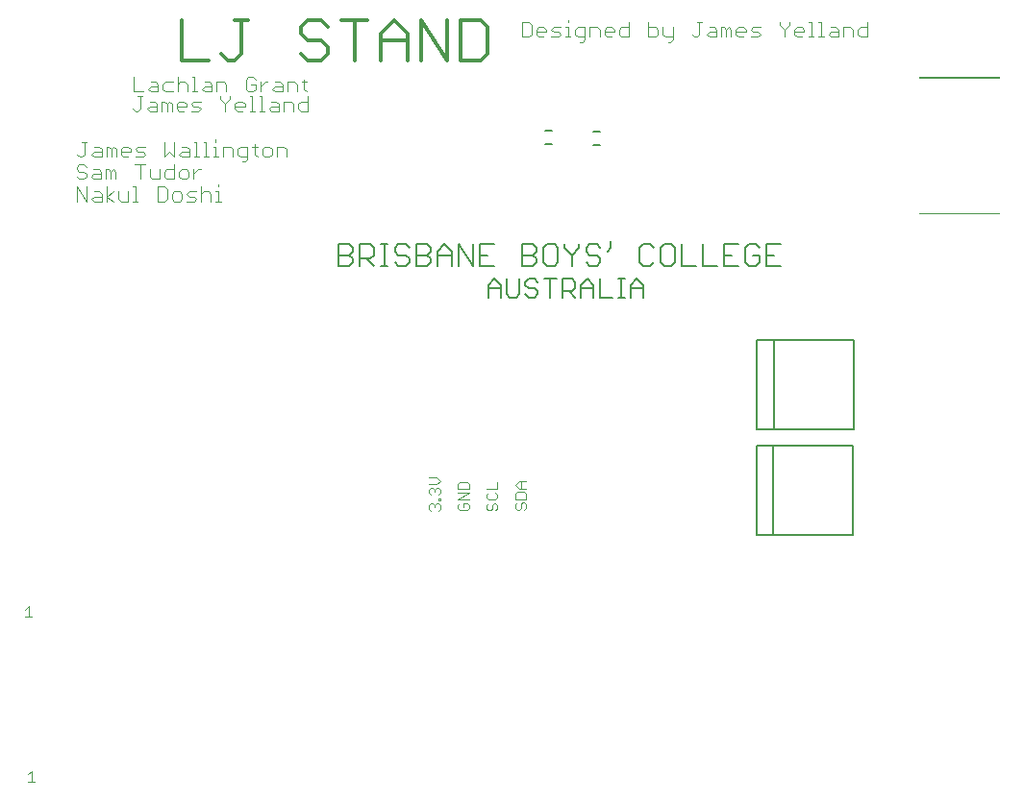
<source format=gto>
G75*
%MOIN*%
%OFA0B0*%
%FSLAX25Y25*%
%IPPOS*%
%LPD*%
%AMOC8*
5,1,8,0,0,1.08239X$1,22.5*
%
%ADD10C,0.00300*%
%ADD11C,0.01200*%
%ADD12C,0.00400*%
%ADD13C,0.00600*%
%ADD14R,0.27500X0.00050*%
%ADD15R,0.27600X0.00050*%
%ADD16R,0.27700X0.00050*%
%ADD17R,0.27800X0.00050*%
%ADD18R,0.27900X0.00050*%
%ADD19R,0.28000X0.00050*%
%ADD20R,0.00600X0.00050*%
%ADD21R,0.00650X0.00050*%
%ADD22R,0.00550X0.00050*%
%ADD23R,0.00700X0.00050*%
%ADD24R,0.16350X0.00050*%
%ADD25R,0.21450X0.00050*%
%ADD26R,0.21500X0.00050*%
%ADD27R,0.21600X0.00050*%
%ADD28R,0.21650X0.00050*%
%ADD29R,0.21700X0.00050*%
%ADD30R,0.21750X0.00050*%
%ADD31R,0.21800X0.00050*%
%ADD32R,0.21850X0.00050*%
%ADD33R,0.21900X0.00050*%
%ADD34R,0.22000X0.00050*%
%ADD35R,0.21550X0.00050*%
%ADD36R,0.21950X0.00050*%
%ADD37R,0.00750X0.00050*%
%ADD38R,0.00800X0.00050*%
%ADD39R,0.00850X0.00050*%
%ADD40R,0.00900X0.00050*%
%ADD41R,0.00950X0.00050*%
%ADD42R,0.01000X0.00050*%
%ADD43R,0.01050X0.00050*%
%ADD44R,0.01150X0.00050*%
%ADD45R,0.01200X0.00050*%
%ADD46R,0.01250X0.00050*%
%ADD47R,0.00280X0.00011*%
%ADD48R,0.00270X0.00011*%
%ADD49R,0.00390X0.00012*%
%ADD50R,0.00480X0.00011*%
%ADD51R,0.00540X0.00011*%
%ADD52R,0.00590X0.00012*%
%ADD53R,0.00600X0.00012*%
%ADD54R,0.00660X0.00011*%
%ADD55R,0.00710X0.00012*%
%ADD56R,0.00720X0.00012*%
%ADD57R,0.00750X0.00011*%
%ADD58R,0.00740X0.00011*%
%ADD59R,0.00790X0.00012*%
%ADD60R,0.00820X0.00011*%
%ADD61R,0.00830X0.00011*%
%ADD62R,0.00860X0.00012*%
%ADD63R,0.00890X0.00011*%
%ADD64R,0.00900X0.00011*%
%ADD65R,0.00930X0.00012*%
%ADD66R,0.00920X0.00012*%
%ADD67R,0.00960X0.00011*%
%ADD68R,0.00950X0.00011*%
%ADD69R,0.00980X0.00012*%
%ADD70R,0.00990X0.00012*%
%ADD71R,0.01010X0.00011*%
%ADD72R,0.01050X0.00012*%
%ADD73R,0.01040X0.00012*%
%ADD74R,0.01070X0.00011*%
%ADD75R,0.01070X0.00011*%
%ADD76R,0.01090X0.00012*%
%ADD77R,0.01110X0.00011*%
%ADD78R,0.01120X0.00011*%
%ADD79R,0.01140X0.00012*%
%ADD80R,0.01130X0.00012*%
%ADD81R,0.01150X0.00011*%
%ADD82R,0.01160X0.00011*%
%ADD83R,0.01180X0.00011*%
%ADD84R,0.01190X0.00011*%
%ADD85R,0.01200X0.00012*%
%ADD86R,0.01190X0.00012*%
%ADD87R,0.01220X0.00011*%
%ADD88R,0.01240X0.00012*%
%ADD89R,0.01240X0.00012*%
%ADD90R,0.01260X0.00011*%
%ADD91R,0.01280X0.00012*%
%ADD92R,0.01270X0.00012*%
%ADD93R,0.01300X0.00011*%
%ADD94R,0.01310X0.00011*%
%ADD95R,0.01320X0.00012*%
%ADD96R,0.01320X0.00012*%
%ADD97R,0.01340X0.00011*%
%ADD98R,0.01340X0.00011*%
%ADD99R,0.01360X0.00012*%
%ADD100R,0.01350X0.00012*%
%ADD101R,0.01380X0.00011*%
%ADD102R,0.01390X0.00011*%
%ADD103R,0.01400X0.00012*%
%ADD104R,0.01420X0.00011*%
%ADD105R,0.01420X0.00011*%
%ADD106R,0.01440X0.00012*%
%ADD107R,0.01430X0.00012*%
%ADD108R,0.01450X0.00011*%
%ADD109R,0.01460X0.00011*%
%ADD110R,0.01480X0.00012*%
%ADD111R,0.01490X0.00011*%
%ADD112R,0.01520X0.00011*%
%ADD113R,0.01510X0.00011*%
%ADD114R,0.01530X0.00012*%
%ADD115R,0.01540X0.00012*%
%ADD116R,0.01550X0.00011*%
%ADD117R,0.01570X0.00012*%
%ADD118R,0.01570X0.00012*%
%ADD119R,0.01590X0.00011*%
%ADD120R,0.01580X0.00011*%
%ADD121R,0.01590X0.00012*%
%ADD122R,0.01600X0.00012*%
%ADD123R,0.01630X0.00011*%
%ADD124R,0.01640X0.00012*%
%ADD125R,0.01670X0.00011*%
%ADD126R,0.01660X0.00011*%
%ADD127R,0.01670X0.00012*%
%ADD128R,0.01680X0.00011*%
%ADD129R,0.01690X0.00011*%
%ADD130R,0.01710X0.00012*%
%ADD131R,0.01720X0.00011*%
%ADD132R,0.01720X0.00011*%
%ADD133R,0.01750X0.00012*%
%ADD134R,0.01740X0.00012*%
%ADD135R,0.01750X0.00011*%
%ADD136R,0.01760X0.00011*%
%ADD137R,0.01780X0.00012*%
%ADD138R,0.01790X0.00011*%
%ADD139R,0.01790X0.00011*%
%ADD140R,0.01820X0.00012*%
%ADD141R,0.01810X0.00012*%
%ADD142R,0.01810X0.00011*%
%ADD143R,0.01830X0.00011*%
%ADD144R,0.01840X0.00011*%
%ADD145R,0.01850X0.00012*%
%ADD146R,0.01860X0.00011*%
%ADD147R,0.01890X0.00012*%
%ADD148R,0.01880X0.00012*%
%ADD149R,0.01890X0.00011*%
%ADD150R,0.01900X0.00011*%
%ADD151R,0.01900X0.00012*%
%ADD152R,0.01910X0.00012*%
%ADD153R,0.01920X0.00011*%
%ADD154R,0.01910X0.00011*%
%ADD155R,0.01940X0.00012*%
%ADD156R,0.01940X0.00011*%
%ADD157R,0.01960X0.00012*%
%ADD158R,0.01980X0.00011*%
%ADD159R,0.01970X0.00011*%
%ADD160R,0.01990X0.00012*%
%ADD161R,0.01980X0.00012*%
%ADD162R,0.02010X0.00011*%
%ADD163R,0.02020X0.00012*%
%ADD164R,0.02030X0.00011*%
%ADD165R,0.02040X0.00012*%
%ADD166R,0.02060X0.00011*%
%ADD167R,0.02050X0.00011*%
%ADD168R,0.02060X0.00012*%
%ADD169R,0.02070X0.00012*%
%ADD170R,0.02090X0.00011*%
%ADD171R,0.02090X0.00011*%
%ADD172R,0.02110X0.00012*%
%ADD173R,0.02120X0.00011*%
%ADD174R,0.02110X0.00011*%
%ADD175R,0.02120X0.00012*%
%ADD176R,0.02140X0.00011*%
%ADD177R,0.02150X0.00011*%
%ADD178R,0.02150X0.00012*%
%ADD179R,0.02140X0.00012*%
%ADD180R,0.02170X0.00011*%
%ADD181R,0.02160X0.00011*%
%ADD182R,0.02170X0.00012*%
%ADD183R,0.02170X0.00012*%
%ADD184R,0.02190X0.00011*%
%ADD185R,0.02190X0.00011*%
%ADD186R,0.02200X0.00012*%
%ADD187R,0.02210X0.00012*%
%ADD188R,0.02200X0.00011*%
%ADD189R,0.02230X0.00012*%
%ADD190R,0.02220X0.00012*%
%ADD191R,0.02220X0.00011*%
%ADD192R,0.02230X0.00011*%
%ADD193R,0.02250X0.00012*%
%ADD194R,0.02260X0.00011*%
%ADD195R,0.02260X0.00012*%
%ADD196R,0.02270X0.00011*%
%ADD197R,0.02270X0.00011*%
%ADD198R,0.02280X0.00012*%
%ADD199R,0.02290X0.00011*%
%ADD200R,0.02300X0.00011*%
%ADD201R,0.02310X0.00011*%
%ADD202R,0.02310X0.00012*%
%ADD203R,0.02300X0.00012*%
%ADD204R,0.02330X0.00011*%
%ADD205R,0.02340X0.00012*%
%ADD206R,0.02340X0.00011*%
%ADD207R,0.02350X0.00012*%
%ADD208R,0.02360X0.00012*%
%ADD209R,0.02360X0.00011*%
%ADD210R,0.02370X0.00011*%
%ADD211R,0.02380X0.00012*%
%ADD212R,0.02370X0.00012*%
%ADD213R,0.02390X0.00011*%
%ADD214R,0.02390X0.00011*%
%ADD215R,0.02390X0.00012*%
%ADD216R,0.02400X0.00012*%
%ADD217R,0.02400X0.00011*%
%ADD218R,0.02410X0.00012*%
%ADD219R,0.02400X0.00012*%
%ADD220R,0.02420X0.00011*%
%ADD221R,0.02420X0.00011*%
%ADD222R,0.02430X0.00012*%
%ADD223R,0.02420X0.00012*%
%ADD224R,0.02430X0.00011*%
%ADD225R,0.02440X0.00012*%
%ADD226R,0.02450X0.00012*%
%ADD227R,0.02470X0.00011*%
%ADD228R,0.02470X0.00011*%
%ADD229R,0.02470X0.00012*%
%ADD230R,0.02460X0.00012*%
%ADD231R,0.02480X0.00011*%
%ADD232R,0.02490X0.00011*%
%ADD233R,0.02500X0.00012*%
%ADD234R,0.02500X0.00011*%
%ADD235R,0.02510X0.00011*%
%ADD236R,0.02510X0.00012*%
%ADD237R,0.02530X0.00011*%
%ADD238R,0.02520X0.00011*%
%ADD239R,0.02530X0.00012*%
%ADD240R,0.02520X0.00012*%
%ADD241R,0.02520X0.00011*%
%ADD242R,0.02540X0.00012*%
%ADD243R,0.02550X0.00011*%
%ADD244R,0.02560X0.00012*%
%ADD245R,0.02550X0.00012*%
%ADD246R,0.02570X0.00011*%
%ADD247R,0.02570X0.00012*%
%ADD248R,0.02580X0.00011*%
%ADD249R,0.02590X0.00012*%
%ADD250R,0.02600X0.00012*%
%ADD251R,0.02600X0.00011*%
%ADD252R,0.02610X0.00011*%
%ADD253R,0.02610X0.00012*%
%ADD254R,0.02620X0.00011*%
%ADD255R,0.02630X0.00011*%
%ADD256R,0.02630X0.00012*%
%ADD257R,0.02640X0.00012*%
%ADD258R,0.02650X0.00011*%
%ADD259R,0.02660X0.00012*%
%ADD260R,0.02670X0.00012*%
%ADD261R,0.02660X0.00011*%
%ADD262R,0.02680X0.00012*%
%ADD263R,0.02670X0.00012*%
%ADD264R,0.02690X0.00011*%
%ADD265R,0.02680X0.00011*%
%ADD266R,0.02710X0.00012*%
%ADD267R,0.02710X0.00011*%
%ADD268R,0.02720X0.00012*%
%ADD269R,0.02720X0.00012*%
%ADD270R,0.02730X0.00011*%
%ADD271R,0.02750X0.00012*%
%ADD272R,0.02760X0.00012*%
%ADD273R,0.02750X0.00011*%
%ADD274R,0.02760X0.00011*%
%ADD275R,0.02780X0.00012*%
%ADD276R,0.02800X0.00011*%
%ADD277R,0.02810X0.00012*%
%ADD278R,0.02830X0.00011*%
%ADD279R,0.02840X0.00011*%
%ADD280R,0.02860X0.00012*%
%ADD281R,0.02870X0.00011*%
%ADD282R,0.02870X0.00011*%
%ADD283R,0.02900X0.00011*%
%ADD284R,0.02910X0.00011*%
%ADD285R,0.02930X0.00012*%
%ADD286R,0.02940X0.00012*%
%ADD287R,0.02970X0.00011*%
%ADD288R,0.02960X0.00011*%
%ADD289R,0.03010X0.00012*%
%ADD290R,0.03000X0.00012*%
%ADD291R,0.03060X0.00011*%
%ADD292R,0.03050X0.00011*%
%ADD293R,0.03140X0.00012*%
%ADD294R,0.03150X0.00012*%
%ADD295R,0.03270X0.00011*%
%ADD296R,0.03260X0.00011*%
%ADD297R,0.03400X0.00012*%
%ADD298R,0.03390X0.00012*%
%ADD299R,0.03530X0.00011*%
%ADD300R,0.03660X0.00012*%
%ADD301R,0.03650X0.00012*%
%ADD302R,0.03780X0.00011*%
%ADD303R,0.03790X0.00011*%
%ADD304R,0.03910X0.00012*%
%ADD305R,0.03900X0.00012*%
%ADD306R,0.04030X0.00011*%
%ADD307R,0.04020X0.00011*%
%ADD308R,0.04150X0.00012*%
%ADD309R,0.04160X0.00012*%
%ADD310R,0.04260X0.00011*%
%ADD311R,0.04270X0.00011*%
%ADD312R,0.04400X0.00012*%
%ADD313R,0.04390X0.00012*%
%ADD314R,0.04510X0.00011*%
%ADD315R,0.04630X0.00012*%
%ADD316R,0.04640X0.00012*%
%ADD317R,0.04740X0.00011*%
%ADD318R,0.04750X0.00011*%
%ADD319R,0.04850X0.00011*%
%ADD320R,0.04860X0.00011*%
%ADD321R,0.04980X0.00012*%
%ADD322R,0.05100X0.00011*%
%ADD323R,0.05090X0.00011*%
%ADD324R,0.05220X0.00012*%
%ADD325R,0.05220X0.00012*%
%ADD326R,0.05320X0.00011*%
%ADD327R,0.05340X0.00011*%
%ADD328R,0.05450X0.00012*%
%ADD329R,0.05570X0.00011*%
%ADD330R,0.05560X0.00011*%
%ADD331R,0.05690X0.00012*%
%ADD332R,0.05800X0.00011*%
%ADD333R,0.05810X0.00011*%
%ADD334R,0.05920X0.00012*%
%ADD335R,0.05920X0.00012*%
%ADD336R,0.06040X0.00011*%
%ADD337R,0.06030X0.00011*%
%ADD338R,0.06140X0.00012*%
%ADD339R,0.06140X0.00012*%
%ADD340R,0.06220X0.00011*%
%ADD341R,0.06220X0.00011*%
%ADD342R,0.06300X0.00012*%
%ADD343R,0.06340X0.00011*%
%ADD344R,0.06350X0.00011*%
%ADD345R,0.06410X0.00012*%
%ADD346R,0.06400X0.00012*%
%ADD347R,0.06450X0.00011*%
%ADD348R,0.06470X0.00012*%
%ADD349R,0.06470X0.00012*%
%ADD350R,0.06500X0.00011*%
%ADD351R,0.06510X0.00011*%
%ADD352R,0.06530X0.00011*%
%ADD353R,0.06540X0.00012*%
%ADD354R,0.06550X0.00011*%
%ADD355R,0.06550X0.00012*%
%ADD356R,0.06560X0.00011*%
%ADD357R,0.06550X0.00012*%
%ADD358R,0.06540X0.00011*%
%ADD359R,0.06530X0.00012*%
%ADD360R,0.06470X0.00012*%
%ADD361R,0.06480X0.00012*%
%ADD362R,0.06440X0.00011*%
%ADD363R,0.06420X0.00012*%
%ADD364R,0.06370X0.00011*%
%ADD365R,0.06370X0.00011*%
%ADD366R,0.06330X0.00012*%
%ADD367R,0.06270X0.00011*%
%ADD368R,0.06280X0.00011*%
%ADD369R,0.06230X0.00012*%
%ADD370R,0.06180X0.00011*%
%ADD371R,0.06190X0.00011*%
%ADD372R,0.06090X0.00011*%
%ADD373R,0.06090X0.00011*%
%ADD374R,0.06050X0.00011*%
%ADD375R,0.06010X0.00012*%
%ADD376R,0.05960X0.00011*%
%ADD377R,0.05970X0.00011*%
%ADD378R,0.05920X0.00012*%
%ADD379R,0.05920X0.00012*%
%ADD380R,0.05890X0.00011*%
%ADD381R,0.05880X0.00011*%
%ADD382R,0.05840X0.00012*%
%ADD383R,0.05830X0.00012*%
%ADD384R,0.05760X0.00012*%
%ADD385R,0.05730X0.00011*%
%ADD386R,0.05720X0.00011*%
%ADD387R,0.05690X0.00012*%
%ADD388R,0.05690X0.00012*%
%ADD389R,0.05650X0.00011*%
%ADD390R,0.05640X0.00011*%
%ADD391R,0.05600X0.00012*%
%ADD392R,0.05570X0.00011*%
%ADD393R,0.05580X0.00011*%
%ADD394R,0.05540X0.00012*%
%ADD395R,0.05540X0.00012*%
%ADD396R,0.05500X0.00011*%
%ADD397R,0.05490X0.00011*%
%ADD398R,0.05460X0.00012*%
%ADD399R,0.05440X0.00011*%
%ADD400R,0.05440X0.00011*%
%ADD401R,0.05400X0.00011*%
%ADD402R,0.05410X0.00011*%
%ADD403R,0.05370X0.00012*%
%ADD404R,0.05370X0.00012*%
%ADD405R,0.05330X0.00011*%
%ADD406R,0.05320X0.00011*%
%ADD407R,0.05300X0.00012*%
%ADD408R,0.05270X0.00011*%
%ADD409R,0.05260X0.00011*%
%ADD410R,0.05230X0.00012*%
%ADD411R,0.05240X0.00012*%
%ADD412R,0.05190X0.00011*%
%ADD413R,0.05210X0.00011*%
%ADD414R,0.05170X0.00012*%
%ADD415R,0.05190X0.00012*%
%ADD416R,0.05150X0.00011*%
%ADD417R,0.05120X0.00012*%
%ADD418R,0.05110X0.00012*%
%ADD419R,0.05080X0.00011*%
%ADD420R,0.05060X0.00012*%
%ADD421R,0.05030X0.00011*%
%ADD422R,0.05040X0.00011*%
%ADD423R,0.05010X0.00012*%
%ADD424R,0.05000X0.00012*%
%ADD425R,0.04980X0.00011*%
%ADD426R,0.04950X0.00012*%
%ADD427R,0.04940X0.00012*%
%ADD428R,0.04920X0.00011*%
%ADD429R,0.04890X0.00012*%
%ADD430R,0.04870X0.00011*%
%ADD431R,0.04880X0.00011*%
%ADD432R,0.04840X0.00011*%
%ADD433R,0.04820X0.00012*%
%ADD434R,0.04820X0.00012*%
%ADD435R,0.04800X0.00011*%
%ADD436R,0.04790X0.00011*%
%ADD437R,0.04760X0.00012*%
%ADD438R,0.04770X0.00012*%
%ADD439R,0.04740X0.00011*%
%ADD440R,0.04730X0.00012*%
%ADD441R,0.04710X0.00011*%
%ADD442R,0.04700X0.00011*%
%ADD443R,0.04670X0.00012*%
%ADD444R,0.04680X0.00012*%
%ADD445R,0.04650X0.00011*%
%ADD446R,0.04640X0.00011*%
%ADD447R,0.04620X0.00012*%
%ADD448R,0.04600X0.00011*%
%ADD449R,0.04570X0.00012*%
%ADD450R,0.04580X0.00012*%
%ADD451R,0.04570X0.00011*%
%ADD452R,0.04560X0.00011*%
%ADD453R,0.04550X0.00012*%
%ADD454R,0.04540X0.00012*%
%ADD455R,0.04520X0.00011*%
%ADD456R,0.04520X0.00011*%
%ADD457R,0.04500X0.00012*%
%ADD458R,0.04470X0.00011*%
%ADD459R,0.04480X0.00011*%
%ADD460R,0.04460X0.00012*%
%ADD461R,0.04440X0.00011*%
%ADD462R,0.04420X0.00011*%
%ADD463R,0.04420X0.00011*%
%ADD464R,0.04390X0.00012*%
%ADD465R,0.04380X0.00011*%
%ADD466R,0.04390X0.00011*%
%ADD467R,0.04370X0.00012*%
%ADD468R,0.04370X0.00012*%
%ADD469R,0.04340X0.00011*%
%ADD470R,0.04350X0.00011*%
%ADD471R,0.04330X0.00012*%
%ADD472R,0.04320X0.00012*%
%ADD473R,0.04320X0.00011*%
%ADD474R,0.04310X0.00011*%
%ADD475R,0.04290X0.00012*%
%ADD476R,0.04280X0.00011*%
%ADD477R,0.04250X0.00012*%
%ADD478R,0.04260X0.00012*%
%ADD479R,0.04230X0.00011*%
%ADD480R,0.04240X0.00011*%
%ADD481R,0.04220X0.00012*%
%ADD482R,0.04200X0.00011*%
%ADD483R,0.04190X0.00012*%
%ADD484R,0.04190X0.00012*%
%ADD485R,0.04180X0.00011*%
%ADD486R,0.04170X0.00011*%
%ADD487R,0.04150X0.00012*%
%ADD488R,0.04160X0.00012*%
%ADD489R,0.04140X0.00011*%
%ADD490R,0.04120X0.00012*%
%ADD491R,0.04130X0.00012*%
%ADD492R,0.04120X0.00011*%
%ADD493R,0.04120X0.00011*%
%ADD494R,0.04110X0.00011*%
%ADD495R,0.04100X0.00011*%
%ADD496R,0.04080X0.00012*%
%ADD497R,0.04070X0.00011*%
%ADD498R,0.04080X0.00011*%
%ADD499R,0.04060X0.00012*%
%ADD500R,0.04050X0.00011*%
%ADD501R,0.04030X0.00012*%
%ADD502R,0.04020X0.00011*%
%ADD503R,0.04010X0.00011*%
%ADD504R,0.04010X0.00012*%
%ADD505R,0.04000X0.00012*%
%ADD506R,0.03990X0.00011*%
%ADD507R,0.03990X0.00011*%
%ADD508R,0.03980X0.00012*%
%ADD509R,0.03990X0.00012*%
%ADD510R,0.03970X0.00011*%
%ADD511R,0.03970X0.00011*%
%ADD512R,0.03950X0.00012*%
%ADD513R,0.03940X0.00011*%
%ADD514R,0.03930X0.00011*%
%ADD515R,0.03930X0.00012*%
%ADD516R,0.03920X0.00012*%
%ADD517R,0.03900X0.00011*%
%ADD518R,0.03890X0.00012*%
%ADD519R,0.03880X0.00011*%
%ADD520R,0.03870X0.00011*%
%ADD521R,0.03860X0.00012*%
%ADD522R,0.03870X0.00012*%
%ADD523R,0.03850X0.00011*%
%ADD524R,0.03860X0.00011*%
%ADD525R,0.03840X0.00011*%
%ADD526R,0.03850X0.00012*%
%ADD527R,0.03830X0.00012*%
%ADD528R,0.03830X0.00011*%
%ADD529R,0.03820X0.00012*%
%ADD530R,0.03820X0.00012*%
%ADD531R,0.03810X0.00011*%
%ADD532R,0.03800X0.00012*%
%ADD533R,0.03770X0.00012*%
%ADD534R,0.03780X0.00012*%
%ADD535R,0.03770X0.00011*%
%ADD536R,0.03760X0.00011*%
%ADD537R,0.03770X0.00012*%
%ADD538R,0.03760X0.00012*%
%ADD539R,0.03750X0.00011*%
%ADD540R,0.03730X0.00012*%
%ADD541R,0.03720X0.00012*%
%ADD542R,0.03720X0.00011*%
%ADD543R,0.03720X0.00011*%
%ADD544R,0.03710X0.00012*%
%ADD545R,0.03720X0.00012*%
%ADD546R,0.03700X0.00011*%
%ADD547R,0.03710X0.00011*%
%ADD548R,0.03700X0.00012*%
%ADD549R,0.03690X0.00012*%
%ADD550R,0.03690X0.00011*%
%ADD551R,0.03680X0.00012*%
%ADD552R,0.03670X0.00011*%
%ADD553R,0.03670X0.00011*%
%ADD554R,0.03660X0.00011*%
%ADD555R,0.03650X0.00011*%
%ADD556R,0.03630X0.00012*%
%ADD557R,0.03640X0.00012*%
%ADD558R,0.03630X0.00011*%
%ADD559R,0.03630X0.00012*%
%ADD560R,0.03620X0.00012*%
%ADD561R,0.03620X0.00011*%
%ADD562R,0.03610X0.00011*%
%ADD563R,0.03600X0.00012*%
%ADD564R,0.03590X0.00011*%
%ADD565R,0.03590X0.00012*%
%ADD566R,0.03590X0.00012*%
%ADD567R,0.03580X0.00011*%
%ADD568R,0.03580X0.00012*%
%ADD569R,0.03570X0.00011*%
%ADD570R,0.03570X0.00011*%
%ADD571R,0.03560X0.00012*%
%ADD572R,0.03550X0.00011*%
%ADD573R,0.03540X0.00011*%
%ADD574R,0.03550X0.00012*%
%ADD575R,0.03540X0.00012*%
%ADD576R,0.03520X0.00011*%
%ADD577R,0.03520X0.00012*%
%ADD578R,0.03530X0.00012*%
%ADD579R,0.03520X0.00011*%
%ADD580R,0.03510X0.00012*%
%ADD581R,0.03510X0.00011*%
%ADD582R,0.03500X0.00012*%
%ADD583R,0.03490X0.00011*%
%ADD584R,0.03490X0.00011*%
%ADD585R,0.03490X0.00012*%
%ADD586R,0.03480X0.00012*%
%ADD587R,0.03460X0.00012*%
%ADD588R,0.03470X0.00012*%
%ADD589R,0.03460X0.00011*%
%ADD590R,0.03470X0.00011*%
%ADD591R,0.03470X0.00011*%
%ADD592R,0.03450X0.00012*%
%ADD593R,0.03440X0.00012*%
%ADD594R,0.03450X0.00011*%
%ADD595R,0.03440X0.00011*%
%ADD596R,0.03430X0.00011*%
%ADD597R,0.03420X0.00012*%
%ADD598R,0.03410X0.00012*%
%ADD599R,0.03420X0.00011*%
%ADD600R,0.03420X0.00011*%
%ADD601R,0.03390X0.00011*%
%ADD602R,0.03400X0.00011*%
%ADD603R,0.03400X0.00012*%
%ADD604R,0.03380X0.00011*%
%ADD605R,0.03370X0.00011*%
%ADD606R,0.03380X0.00012*%
%ADD607R,0.03370X0.00012*%
%ADD608R,0.03360X0.00011*%
%ADD609R,0.03350X0.00012*%
%ADD610R,0.03340X0.00011*%
%ADD611R,0.03330X0.00011*%
%ADD612R,0.03340X0.00012*%
%ADD613R,0.03310X0.00011*%
%ADD614R,0.03320X0.00011*%
%ADD615R,0.03300X0.00012*%
%ADD616R,0.03310X0.00012*%
%ADD617R,0.03290X0.00011*%
%ADD618R,0.03270X0.00012*%
%ADD619R,0.03270X0.00012*%
%ADD620R,0.03240X0.00012*%
%ADD621R,0.03240X0.00012*%
%ADD622R,0.03220X0.00011*%
%ADD623R,0.03210X0.00011*%
%ADD624R,0.03190X0.00012*%
%ADD625R,0.03170X0.00011*%
%ADD626R,0.03160X0.00011*%
%ADD627R,0.03140X0.00011*%
%ADD628R,0.03130X0.00011*%
%ADD629R,0.03100X0.00012*%
%ADD630R,0.03090X0.00012*%
%ADD631R,0.03070X0.00011*%
%ADD632R,0.03030X0.00012*%
%ADD633R,0.02980X0.00011*%
%ADD634R,0.02990X0.00011*%
%ADD635R,0.02930X0.00012*%
%ADD636R,0.02940X0.00012*%
%ADD637R,0.02880X0.00011*%
%ADD638R,0.02850X0.00012*%
%ADD639R,0.02840X0.00012*%
%ADD640R,0.02720X0.00011*%
%ADD641R,0.02720X0.00011*%
%ADD642R,0.02670X0.00012*%
%ADD643R,0.02600X0.00012*%
%ADD644R,0.02540X0.00012*%
%ADD645R,0.02470X0.00012*%
%ADD646R,0.02480X0.00012*%
%ADD647R,0.02440X0.00011*%
%ADD648R,0.02410X0.00011*%
%ADD649R,0.02390X0.00012*%
%ADD650R,0.02350X0.00011*%
%ADD651R,0.02330X0.00012*%
%ADD652R,0.02270X0.00012*%
%ADD653R,0.02240X0.00011*%
%ADD654R,0.00350X0.00012*%
%ADD655R,0.02220X0.00012*%
%ADD656R,0.00340X0.00012*%
%ADD657R,0.02180X0.00011*%
%ADD658R,0.00650X0.00011*%
%ADD659R,0.00860X0.00012*%
%ADD660R,0.02160X0.00012*%
%ADD661R,0.00870X0.00012*%
%ADD662R,0.01020X0.00011*%
%ADD663R,0.02120X0.00011*%
%ADD664R,0.02130X0.00011*%
%ADD665R,0.01020X0.00011*%
%ADD666R,0.01160X0.00012*%
%ADD667R,0.02100X0.00012*%
%ADD668R,0.01280X0.00011*%
%ADD669R,0.02070X0.00011*%
%ADD670R,0.02080X0.00011*%
%ADD671R,0.01290X0.00011*%
%ADD672R,0.01400X0.00012*%
%ADD673R,0.02060X0.00012*%
%ADD674R,0.02050X0.00012*%
%ADD675R,0.01390X0.00012*%
%ADD676R,0.02020X0.00011*%
%ADD677R,0.01500X0.00011*%
%ADD678R,0.01590X0.00012*%
%ADD679R,0.02000X0.00012*%
%ADD680R,0.01600X0.00012*%
%ADD681R,0.01700X0.00011*%
%ADD682R,0.01790X0.00012*%
%ADD683R,0.01950X0.00012*%
%ADD684R,0.01770X0.00012*%
%ADD685R,0.01920X0.00011*%
%ADD686R,0.01870X0.00011*%
%ADD687R,0.01950X0.00011*%
%ADD688R,0.02020X0.00012*%
%ADD689R,0.01870X0.00012*%
%ADD690R,0.01870X0.00012*%
%ADD691R,0.02020X0.00012*%
%ADD692R,0.02100X0.00011*%
%ADD693R,0.01830X0.00012*%
%ADD694R,0.01820X0.00011*%
%ADD695R,0.02240X0.00011*%
%ADD696R,0.02370X0.00011*%
%ADD697R,0.01710X0.00011*%
%ADD698R,0.01700X0.00012*%
%ADD699R,0.01670X0.00011*%
%ADD700R,0.01650X0.00012*%
%ADD701R,0.01640X0.00012*%
%ADD702R,0.02770X0.00012*%
%ADD703R,0.01610X0.00012*%
%ADD704R,0.02840X0.00011*%
%ADD705R,0.01570X0.00011*%
%ADD706R,0.01570X0.00011*%
%ADD707R,0.02880X0.00012*%
%ADD708R,0.01550X0.00012*%
%ADD709R,0.02950X0.00011*%
%ADD710R,0.01540X0.00011*%
%ADD711R,0.01530X0.00011*%
%ADD712R,0.03000X0.00011*%
%ADD713R,0.03040X0.00012*%
%ADD714R,0.01490X0.00012*%
%ADD715R,0.01490X0.00012*%
%ADD716R,0.03100X0.00011*%
%ADD717R,0.01470X0.00011*%
%ADD718R,0.03090X0.00011*%
%ADD719R,0.03130X0.00012*%
%ADD720R,0.01450X0.00012*%
%ADD721R,0.03180X0.00011*%
%ADD722R,0.03220X0.00012*%
%ADD723R,0.01410X0.00012*%
%ADD724R,0.03230X0.00012*%
%ADD725R,0.03330X0.00012*%
%ADD726R,0.01370X0.00012*%
%ADD727R,0.03370X0.00011*%
%ADD728R,0.01310X0.00012*%
%ADD729R,0.01290X0.00011*%
%ADD730R,0.01250X0.00011*%
%ADD731R,0.03580X0.00012*%
%ADD732R,0.01210X0.00011*%
%ADD733R,0.03660X0.00012*%
%ADD734R,0.01170X0.00011*%
%ADD735R,0.01170X0.00011*%
%ADD736R,0.01150X0.00012*%
%ADD737R,0.03770X0.00011*%
%ADD738R,0.01130X0.00011*%
%ADD739R,0.01120X0.00011*%
%ADD740R,0.03820X0.00011*%
%ADD741R,0.01100X0.00011*%
%ADD742R,0.03850X0.00012*%
%ADD743R,0.03910X0.00011*%
%ADD744R,0.01050X0.00011*%
%ADD745R,0.01060X0.00011*%
%ADD746R,0.03940X0.00012*%
%ADD747R,0.01030X0.00012*%
%ADD748R,0.01040X0.00012*%
%ADD749R,0.03930X0.00012*%
%ADD750R,0.03960X0.00011*%
%ADD751R,0.00980X0.00012*%
%ADD752R,0.00970X0.00012*%
%ADD753R,0.04040X0.00011*%
%ADD754R,0.00970X0.00011*%
%ADD755R,0.04080X0.00012*%
%ADD756R,0.00940X0.00012*%
%ADD757R,0.04090X0.00012*%
%ADD758R,0.00920X0.00011*%
%ADD759R,0.00910X0.00011*%
%ADD760R,0.04140X0.00012*%
%ADD761R,0.00870X0.00012*%
%ADD762R,0.00880X0.00012*%
%ADD763R,0.04170X0.00011*%
%ADD764R,0.00850X0.00011*%
%ADD765R,0.04210X0.00012*%
%ADD766R,0.00820X0.00012*%
%ADD767R,0.00810X0.00012*%
%ADD768R,0.04250X0.00011*%
%ADD769R,0.00790X0.00011*%
%ADD770R,0.04280X0.00012*%
%ADD771R,0.00770X0.00012*%
%ADD772R,0.00770X0.00012*%
%ADD773R,0.00720X0.00011*%
%ADD774R,0.00720X0.00011*%
%ADD775R,0.04300X0.00011*%
%ADD776R,0.04340X0.00012*%
%ADD777R,0.00700X0.00012*%
%ADD778R,0.04370X0.00011*%
%ADD779R,0.00670X0.00011*%
%ADD780R,0.00670X0.00011*%
%ADD781R,0.00630X0.00012*%
%ADD782R,0.04430X0.00011*%
%ADD783R,0.00600X0.00011*%
%ADD784R,0.04450X0.00011*%
%ADD785R,0.00560X0.00011*%
%ADD786R,0.04480X0.00012*%
%ADD787R,0.00530X0.00012*%
%ADD788R,0.04490X0.00012*%
%ADD789R,0.00490X0.00011*%
%ADD790R,0.00490X0.00011*%
%ADD791R,0.04530X0.00012*%
%ADD792R,0.00450X0.00012*%
%ADD793R,0.00400X0.00011*%
%ADD794R,0.04590X0.00012*%
%ADD795R,0.00350X0.00012*%
%ADD796R,0.00360X0.00012*%
%ADD797R,0.04630X0.00011*%
%ADD798R,0.00300X0.00011*%
%ADD799R,0.04620X0.00011*%
%ADD800R,0.04640X0.00012*%
%ADD801R,0.00260X0.00012*%
%ADD802R,0.00250X0.00012*%
%ADD803R,0.04670X0.00011*%
%ADD804R,0.00170X0.00011*%
%ADD805R,0.00180X0.00011*%
%ADD806R,0.04670X0.00011*%
%ADD807R,0.04680X0.00012*%
%ADD808R,0.04720X0.00011*%
%ADD809R,0.04760X0.00011*%
%ADD810R,0.04770X0.00012*%
%ADD811R,0.04780X0.00012*%
%ADD812R,0.04820X0.00012*%
%ADD813R,0.04820X0.00012*%
%ADD814R,0.04830X0.00011*%
%ADD815R,0.04860X0.00012*%
%ADD816R,0.04850X0.00012*%
%ADD817R,0.04900X0.00011*%
%ADD818R,0.04910X0.00012*%
%ADD819R,0.04930X0.00011*%
%ADD820R,0.04940X0.00012*%
%ADD821R,0.04960X0.00011*%
%ADD822R,0.04950X0.00011*%
%ADD823R,0.04970X0.00012*%
%ADD824R,0.04960X0.00012*%
%ADD825R,0.04990X0.00011*%
%ADD826R,0.05000X0.00011*%
%ADD827R,0.05020X0.00012*%
%ADD828R,0.05030X0.00012*%
%ADD829R,0.05040X0.00011*%
%ADD830R,0.00470X0.00012*%
%ADD831R,0.05050X0.00012*%
%ADD832R,0.00470X0.00012*%
%ADD833R,0.05060X0.00011*%
%ADD834R,0.01020X0.00012*%
%ADD835R,0.05070X0.00012*%
%ADD836R,0.05070X0.00012*%
%ADD837R,0.01020X0.00012*%
%ADD838R,0.01200X0.00011*%
%ADD839R,0.05070X0.00011*%
%ADD840R,0.05070X0.00011*%
%ADD841R,0.05090X0.00012*%
%ADD842R,0.00040X0.00012*%
%ADD843R,0.05090X0.00012*%
%ADD844R,0.01380X0.00012*%
%ADD845R,0.00230X0.00011*%
%ADD846R,0.05090X0.00011*%
%ADD847R,0.05100X0.00012*%
%ADD848R,0.00320X0.00012*%
%ADD849R,0.05110X0.00012*%
%ADD850R,0.01640X0.00012*%
%ADD851R,0.05120X0.00011*%
%ADD852R,0.00390X0.00011*%
%ADD853R,0.05120X0.00011*%
%ADD854R,0.01890X0.00011*%
%ADD855R,0.00450X0.00011*%
%ADD856R,0.01880X0.00011*%
%ADD857R,0.05130X0.00012*%
%ADD858R,0.00490X0.00012*%
%ADD859R,0.05130X0.00011*%
%ADD860R,0.02180X0.00012*%
%ADD861R,0.05140X0.00012*%
%ADD862R,0.00590X0.00012*%
%ADD863R,0.05140X0.00012*%
%ADD864R,0.02280X0.00011*%
%ADD865R,0.05140X0.00011*%
%ADD866R,0.00630X0.00011*%
%ADD867R,0.05140X0.00011*%
%ADD868R,0.05140X0.00012*%
%ADD869R,0.00660X0.00012*%
%ADD870R,0.05140X0.00012*%
%ADD871R,0.02370X0.00012*%
%ADD872R,0.02460X0.00011*%
%ADD873R,0.00700X0.00011*%
%ADD874R,0.02550X0.00012*%
%ADD875R,0.05150X0.00012*%
%ADD876R,0.00740X0.00012*%
%ADD877R,0.00760X0.00011*%
%ADD878R,0.05150X0.00012*%
%ADD879R,0.00800X0.00012*%
%ADD880R,0.02790X0.00011*%
%ADD881R,0.00820X0.00011*%
%ADD882R,0.02790X0.00011*%
%ADD883R,0.02930X0.00011*%
%ADD884R,0.05160X0.00011*%
%ADD885R,0.05170X0.00011*%
%ADD886R,0.03000X0.00012*%
%ADD887R,0.05160X0.00012*%
%ADD888R,0.00930X0.00012*%
%ADD889R,0.03010X0.00012*%
%ADD890R,0.03080X0.00011*%
%ADD891R,0.03070X0.00011*%
%ADD892R,0.03140X0.00012*%
%ADD893R,0.00990X0.00012*%
%ADD894R,0.05160X0.00012*%
%ADD895R,0.01030X0.00011*%
%ADD896R,0.03280X0.00011*%
%ADD897R,0.03340X0.00012*%
%ADD898R,0.01090X0.00012*%
%ADD899R,0.03410X0.00011*%
%ADD900R,0.02210X0.00012*%
%ADD901R,0.02630X0.00012*%
%ADD902R,0.01140X0.00012*%
%ADD903R,0.02620X0.00012*%
%ADD904R,0.02220X0.00012*%
%ADD905R,0.03480X0.00012*%
%ADD906R,0.03600X0.00012*%
%ADD907R,0.01220X0.00012*%
%ADD908R,0.03610X0.00012*%
%ADD909R,0.02320X0.00011*%
%ADD910R,0.01240X0.00011*%
%ADD911R,0.02320X0.00011*%
%ADD912R,0.02020X0.00011*%
%ADD913R,0.03720X0.00012*%
%ADD914R,0.02250X0.00012*%
%ADD915R,0.01260X0.00012*%
%ADD916R,0.01910X0.00012*%
%ADD917R,0.02120X0.00012*%
%ADD918R,0.01330X0.00012*%
%ADD919R,0.02120X0.00012*%
%ADD920R,0.01920X0.00012*%
%ADD921R,0.03890X0.00011*%
%ADD922R,0.01360X0.00011*%
%ADD923R,0.03890X0.00011*%
%ADD924R,0.03940X0.00012*%
%ADD925R,0.02010X0.00012*%
%ADD926R,0.03950X0.00012*%
%ADD927R,0.04000X0.00011*%
%ADD928R,0.01410X0.00011*%
%ADD929R,0.01850X0.00011*%
%ADD930R,0.01840X0.00012*%
%ADD931R,0.01820X0.00011*%
%ADD932R,0.01840X0.00011*%
%ADD933R,0.04170X0.00012*%
%ADD934R,0.01800X0.00012*%
%ADD935R,0.04220X0.00011*%
%ADD936R,0.01740X0.00011*%
%ADD937R,0.04220X0.00011*%
%ADD938R,0.04280X0.00012*%
%ADD939R,0.01770X0.00012*%
%ADD940R,0.01690X0.00012*%
%ADD941R,0.01550X0.00012*%
%ADD942R,0.01680X0.00012*%
%ADD943R,0.01650X0.00011*%
%ADD944R,0.01740X0.00011*%
%ADD945R,0.01600X0.00011*%
%ADD946R,0.01590X0.00011*%
%ADD947R,0.04430X0.00012*%
%ADD948R,0.01730X0.00012*%
%ADD949R,0.01540X0.00012*%
%ADD950R,0.01620X0.00012*%
%ADD951R,0.01640X0.00011*%
%ADD952R,0.04490X0.00011*%
%ADD953R,0.04530X0.00012*%
%ADD954R,0.01670X0.00012*%
%ADD955R,0.01460X0.00012*%
%ADD956R,0.04580X0.00011*%
%ADD957R,0.04630X0.00012*%
%ADD958R,0.01710X0.00012*%
%ADD959R,0.01380X0.00012*%
%ADD960R,0.01370X0.00012*%
%ADD961R,0.04640X0.00012*%
%ADD962R,0.04680X0.00011*%
%ADD963R,0.01320X0.00011*%
%ADD964R,0.01730X0.00011*%
%ADD965R,0.01320X0.00011*%
%ADD966R,0.01290X0.00012*%
%ADD967R,0.01750X0.00012*%
%ADD968R,0.04720X0.00012*%
%ADD969R,0.04770X0.00011*%
%ADD970R,0.01780X0.00011*%
%ADD971R,0.04780X0.00011*%
%ADD972R,0.04830X0.00012*%
%ADD973R,0.01680X0.00012*%
%ADD974R,0.01200X0.00012*%
%ADD975R,0.01800X0.00012*%
%ADD976R,0.01190X0.00012*%
%ADD977R,0.04870X0.00011*%
%ADD978R,0.04920X0.00012*%
%ADD979R,0.01660X0.00012*%
%ADD980R,0.01120X0.00012*%
%ADD981R,0.01110X0.00012*%
%ADD982R,0.01650X0.00012*%
%ADD983R,0.04930X0.00012*%
%ADD984R,0.04970X0.00011*%
%ADD985R,0.01030X0.00012*%
%ADD986R,0.00980X0.00011*%
%ADD987R,0.00990X0.00011*%
%ADD988R,0.01640X0.00011*%
%ADD989R,0.01630X0.00012*%
%ADD990R,0.00950X0.00012*%
%ADD991R,0.01930X0.00012*%
%ADD992R,0.00960X0.00012*%
%ADD993R,0.05200X0.00012*%
%ADD994R,0.01620X0.00012*%
%ADD995R,0.01960X0.00012*%
%ADD996R,0.00870X0.00012*%
%ADD997R,0.01620X0.00012*%
%ADD998R,0.05190X0.00012*%
%ADD999R,0.05240X0.00011*%
%ADD1000R,0.01620X0.00011*%
%ADD1001R,0.00840X0.00011*%
%ADD1002R,0.01990X0.00011*%
%ADD1003R,0.00840X0.00011*%
%ADD1004R,0.01620X0.00011*%
%ADD1005R,0.05250X0.00011*%
%ADD1006R,0.05290X0.00011*%
%ADD1007R,0.00800X0.00011*%
%ADD1008R,0.05290X0.00011*%
%ADD1009R,0.05340X0.00012*%
%ADD1010R,0.00770X0.00012*%
%ADD1011R,0.02030X0.00012*%
%ADD1012R,0.00770X0.00012*%
%ADD1013R,0.05330X0.00012*%
%ADD1014R,0.05380X0.00011*%
%ADD1015R,0.01610X0.00011*%
%ADD1016R,0.00730X0.00011*%
%ADD1017R,0.05410X0.00012*%
%ADD1018R,0.05420X0.00012*%
%ADD1019R,0.05450X0.00011*%
%ADD1020R,0.05500X0.00012*%
%ADD1021R,0.01610X0.00012*%
%ADD1022R,0.00640X0.00012*%
%ADD1023R,0.05480X0.00012*%
%ADD1024R,0.05530X0.00011*%
%ADD1025R,0.00610X0.00011*%
%ADD1026R,0.05560X0.00012*%
%ADD1027R,0.00560X0.00012*%
%ADD1028R,0.01590X0.00012*%
%ADD1029R,0.05570X0.00012*%
%ADD1030R,0.05620X0.00011*%
%ADD1031R,0.00530X0.00011*%
%ADD1032R,0.05610X0.00011*%
%ADD1033R,0.05640X0.00012*%
%ADD1034R,0.00500X0.00012*%
%ADD1035R,0.00490X0.00012*%
%ADD1036R,0.01590X0.00012*%
%ADD1037R,0.05630X0.00012*%
%ADD1038R,0.05670X0.00011*%
%ADD1039R,0.00460X0.00011*%
%ADD1040R,0.05660X0.00011*%
%ADD1041R,0.05700X0.00012*%
%ADD1042R,0.00410X0.00012*%
%ADD1043R,0.02200X0.00012*%
%ADD1044R,0.00420X0.00012*%
%ADD1045R,0.05750X0.00011*%
%ADD1046R,0.00380X0.00011*%
%ADD1047R,0.00370X0.00011*%
%ADD1048R,0.05770X0.00012*%
%ADD1049R,0.01580X0.00012*%
%ADD1050R,0.01570X0.00012*%
%ADD1051R,0.05770X0.00012*%
%ADD1052R,0.00290X0.00011*%
%ADD1053R,0.05830X0.00012*%
%ADD1054R,0.01580X0.00012*%
%ADD1055R,0.00230X0.00012*%
%ADD1056R,0.02270X0.00012*%
%ADD1057R,0.05850X0.00011*%
%ADD1058R,0.00160X0.00011*%
%ADD1059R,0.00150X0.00011*%
%ADD1060R,0.05890X0.00012*%
%ADD1061R,0.05880X0.00012*%
%ADD1062R,0.05920X0.00011*%
%ADD1063R,0.01560X0.00011*%
%ADD1064R,0.05920X0.00011*%
%ADD1065R,0.05930X0.00011*%
%ADD1066R,0.05960X0.00012*%
%ADD1067R,0.01560X0.00012*%
%ADD1068R,0.05970X0.00012*%
%ADD1069R,0.05990X0.00011*%
%ADD1070R,0.05990X0.00011*%
%ADD1071R,0.06020X0.00012*%
%ADD1072R,0.06030X0.00012*%
%ADD1073R,0.06060X0.00012*%
%ADD1074R,0.01560X0.00012*%
%ADD1075R,0.06070X0.00012*%
%ADD1076R,0.06100X0.00012*%
%ADD1077R,0.02460X0.00012*%
%ADD1078R,0.06120X0.00011*%
%ADD1079R,0.06130X0.00011*%
%ADD1080R,0.06130X0.00012*%
%ADD1081R,0.02480X0.00012*%
%ADD1082R,0.06140X0.00012*%
%ADD1083R,0.06160X0.00011*%
%ADD1084R,0.02490X0.00011*%
%ADD1085R,0.06180X0.00012*%
%ADD1086R,0.06200X0.00011*%
%ADD1087R,0.06210X0.00012*%
%ADD1088R,0.02530X0.00012*%
%ADD1089R,0.06220X0.00012*%
%ADD1090R,0.06230X0.00011*%
%ADD1091R,0.01540X0.00011*%
%ADD1092R,0.06240X0.00012*%
%ADD1093R,0.01540X0.00012*%
%ADD1094R,0.06250X0.00011*%
%ADD1095R,0.02560X0.00011*%
%ADD1096R,0.06260X0.00011*%
%ADD1097R,0.06250X0.00012*%
%ADD1098R,0.02580X0.00012*%
%ADD1099R,0.06290X0.00011*%
%ADD1100R,0.02590X0.00011*%
%ADD1101R,0.06280X0.00012*%
%ADD1102R,0.02620X0.00011*%
%ADD1103R,0.06290X0.00011*%
%ADD1104R,0.06290X0.00012*%
%ADD1105R,0.06290X0.00012*%
%ADD1106R,0.02640X0.00012*%
%ADD1107R,0.06260X0.00012*%
%ADD1108R,0.02650X0.00012*%
%ADD1109R,0.06240X0.00011*%
%ADD1110R,0.06230X0.00012*%
%ADD1111R,0.02660X0.00012*%
%ADD1112R,0.02670X0.00011*%
%ADD1113R,0.06150X0.00012*%
%ADD1114R,0.06110X0.00011*%
%ADD1115R,0.06100X0.00011*%
%ADD1116R,0.06050X0.00012*%
%ADD1117R,0.06010X0.00011*%
%ADD1118R,0.06020X0.00011*%
%ADD1119R,0.05970X0.00012*%
%ADD1120R,0.02690X0.00012*%
%ADD1121R,0.05980X0.00012*%
%ADD1122R,0.02690X0.00011*%
%ADD1123R,0.05910X0.00012*%
%ADD1124R,0.05860X0.00011*%
%ADD1125R,0.05830X0.00011*%
%ADD1126R,0.05800X0.00012*%
%ADD1127R,0.05810X0.00012*%
%ADD1128R,0.05780X0.00011*%
%ADD1129R,0.05750X0.00012*%
%ADD1130R,0.02700X0.00012*%
%ADD1131R,0.05720X0.00011*%
%ADD1132R,0.02700X0.00011*%
%ADD1133R,0.05710X0.00011*%
%ADD1134R,0.05620X0.00012*%
%ADD1135R,0.05630X0.00012*%
%ADD1136R,0.05600X0.00011*%
%ADD1137R,0.05570X0.00012*%
%ADD1138R,0.02700X0.00012*%
%ADD1139R,0.05580X0.00012*%
%ADD1140R,0.05540X0.00011*%
%ADD1141R,0.05540X0.00011*%
%ADD1142R,0.05510X0.00012*%
%ADD1143R,0.05520X0.00012*%
%ADD1144R,0.05480X0.00011*%
%ADD1145R,0.00830X0.00012*%
%ADD1146R,0.00820X0.00012*%
%ADD1147R,0.00590X0.00011*%
%ADD1148R,0.03240X0.00011*%
%ADD1149R,0.03230X0.00011*%
%ADD1150R,0.00510X0.00012*%
%ADD1151R,0.03080X0.00012*%
%ADD1152R,0.00520X0.00012*%
%ADD1153R,0.00430X0.00011*%
%ADD1154R,0.02940X0.00011*%
%ADD1155R,0.00440X0.00011*%
%ADD1156R,0.00370X0.00012*%
%ADD1157R,0.02830X0.00012*%
%ADD1158R,0.02680X0.00012*%
%ADD1159R,0.02820X0.00012*%
%ADD1160R,0.00370X0.00012*%
%ADD1161R,0.00170X0.00012*%
%ADD1162R,0.02570X0.00012*%
%ADD1163R,0.02340X0.00012*%
%ADD1164R,0.02120X0.00012*%
%ADD1165R,0.01920X0.00012*%
%ADD1166R,0.01570X0.00012*%
%ADD1167R,0.02650X0.00012*%
%ADD1168R,0.02640X0.00011*%
%ADD1169R,0.02640X0.00012*%
%ADD1170R,0.01520X0.00012*%
%ADD1171R,0.02620X0.00012*%
%ADD1172R,0.01530X0.00012*%
%ADD1173R,0.01320X0.00012*%
%ADD1174R,0.01320X0.00012*%
%ADD1175R,0.01220X0.00011*%
%ADD1176R,0.02570X0.00012*%
%ADD1177R,0.01000X0.00012*%
%ADD1178R,0.00880X0.00011*%
%ADD1179R,0.00870X0.00011*%
%ADD1180R,0.00740X0.00012*%
%ADD1181R,0.00750X0.00012*%
%ADD1182R,0.02540X0.00011*%
%ADD1183R,0.00580X0.00011*%
%ADD1184R,0.00390X0.00012*%
%ADD1185R,0.02520X0.00012*%
%ADD1186R,0.00400X0.00012*%
%ADD1187R,0.00220X0.00012*%
%ADD1188R,0.00220X0.00012*%
%ADD1189R,0.00370X0.00011*%
%ADD1190R,0.00360X0.00011*%
%ADD1191R,0.00470X0.00012*%
%ADD1192R,0.02450X0.00012*%
%ADD1193R,0.00650X0.00012*%
%ADD1194R,0.00810X0.00012*%
%ADD1195R,0.02370X0.00012*%
%ADD1196R,0.00820X0.00012*%
%ADD1197R,0.01080X0.00011*%
%ADD1198R,0.02300X0.00012*%
%ADD1199R,0.01190X0.00011*%
%ADD1200R,0.02250X0.00011*%
%ADD1201R,0.01360X0.00012*%
%ADD1202R,0.01370X0.00012*%
%ADD1203R,0.02210X0.00011*%
%ADD1204R,0.02190X0.00012*%
%ADD1205R,0.02170X0.00011*%
%ADD1206R,0.02090X0.00012*%
%ADD1207R,0.02040X0.00012*%
%ADD1208R,0.01900X0.00012*%
%ADD1209R,0.01960X0.00011*%
%ADD1210R,0.00350X0.00011*%
%ADD1211R,0.01100X0.00012*%
%ADD1212R,0.02070X0.00011*%
%ADD1213R,0.02140X0.00012*%
%ADD1214R,0.01950X0.00012*%
%ADD1215R,0.02150X0.00012*%
%ADD1216R,0.01930X0.00011*%
%ADD1217R,0.02770X0.00011*%
%ADD1218R,0.02950X0.00012*%
%ADD1219R,0.02260X0.00012*%
%ADD1220R,0.01860X0.00012*%
%ADD1221R,0.03120X0.00011*%
%ADD1222R,0.03120X0.00011*%
%ADD1223R,0.03280X0.00012*%
%ADD1224R,0.01820X0.00012*%
%ADD1225R,0.01800X0.00011*%
%ADD1226R,0.00110X0.00012*%
%ADD1227R,0.00130X0.00012*%
%ADD1228R,0.03680X0.00011*%
%ADD1229R,0.00210X0.00011*%
%ADD1230R,0.00200X0.00011*%
%ADD1231R,0.00270X0.00012*%
%ADD1232R,0.00320X0.00011*%
%ADD1233R,0.00320X0.00011*%
%ADD1234R,0.03960X0.00012*%
%ADD1235R,0.02420X0.00012*%
%ADD1236R,0.02420X0.00012*%
%ADD1237R,0.04100X0.00012*%
%ADD1238R,0.00440X0.00012*%
%ADD1239R,0.00430X0.00012*%
%ADD1240R,0.00470X0.00011*%
%ADD1241R,0.04160X0.00011*%
%ADD1242R,0.04220X0.00012*%
%ADD1243R,0.00500X0.00012*%
%ADD1244R,0.00510X0.00012*%
%ADD1245R,0.04270X0.00011*%
%ADD1246R,0.04330X0.00011*%
%ADD1247R,0.00570X0.00011*%
%ADD1248R,0.04320X0.00011*%
%ADD1249R,0.04370X0.00012*%
%ADD1250R,0.00610X0.00012*%
%ADD1251R,0.01510X0.00012*%
%ADD1252R,0.04370X0.00012*%
%ADD1253R,0.04470X0.00012*%
%ADD1254R,0.00670X0.00012*%
%ADD1255R,0.01470X0.00012*%
%ADD1256R,0.00690X0.00011*%
%ADD1257R,0.00690X0.00011*%
%ADD1258R,0.04550X0.00012*%
%ADD1259R,0.02570X0.00012*%
%ADD1260R,0.01410X0.00012*%
%ADD1261R,0.00730X0.00012*%
%ADD1262R,0.04560X0.00012*%
%ADD1263R,0.02590X0.00012*%
%ADD1264R,0.00780X0.00012*%
%ADD1265R,0.00810X0.00011*%
%ADD1266R,0.01330X0.00011*%
%ADD1267R,0.04710X0.00012*%
%ADD1268R,0.02620X0.00012*%
%ADD1269R,0.00830X0.00012*%
%ADD1270R,0.01300X0.00012*%
%ADD1271R,0.00820X0.00012*%
%ADD1272R,0.04720X0.00012*%
%ADD1273R,0.00860X0.00011*%
%ADD1274R,0.01270X0.00011*%
%ADD1275R,0.04780X0.00012*%
%ADD1276R,0.00880X0.00012*%
%ADD1277R,0.01250X0.00012*%
%ADD1278R,0.04790X0.00012*%
%ADD1279R,0.04810X0.00011*%
%ADD1280R,0.00920X0.00011*%
%ADD1281R,0.04820X0.00011*%
%ADD1282R,0.04850X0.00012*%
%ADD1283R,0.04910X0.00012*%
%ADD1284R,0.01120X0.00012*%
%ADD1285R,0.01620X0.00012*%
%ADD1286R,0.04940X0.00011*%
%ADD1287R,0.02690X0.00012*%
%ADD1288R,0.01080X0.00012*%
%ADD1289R,0.02710X0.00012*%
%ADD1290R,0.01140X0.00012*%
%ADD1291R,0.00970X0.00012*%
%ADD1292R,0.02730X0.00012*%
%ADD1293R,0.00910X0.00012*%
%ADD1294R,0.01230X0.00011*%
%ADD1295R,0.05170X0.00012*%
%ADD1296R,0.02730X0.00012*%
%ADD1297R,0.01660X0.00012*%
%ADD1298R,0.01230X0.00012*%
%ADD1299R,0.00840X0.00012*%
%ADD1300R,0.05180X0.00012*%
%ADD1301R,0.02740X0.00011*%
%ADD1302R,0.01270X0.00011*%
%ADD1303R,0.05200X0.00011*%
%ADD1304R,0.01310X0.00012*%
%ADD1305R,0.00790X0.00012*%
%ADD1306R,0.05270X0.00012*%
%ADD1307R,0.02770X0.00012*%
%ADD1308R,0.01670X0.00012*%
%ADD1309R,0.01350X0.00012*%
%ADD1310R,0.02760X0.00012*%
%ADD1311R,0.05280X0.00012*%
%ADD1312R,0.05300X0.00011*%
%ADD1313R,0.00680X0.00011*%
%ADD1314R,0.01690X0.00011*%
%ADD1315R,0.05320X0.00012*%
%ADD1316R,0.01420X0.00012*%
%ADD1317R,0.05320X0.00012*%
%ADD1318R,0.01440X0.00011*%
%ADD1319R,0.00620X0.00011*%
%ADD1320R,0.05350X0.00011*%
%ADD1321R,0.05380X0.00012*%
%ADD1322R,0.02790X0.00012*%
%ADD1323R,0.00580X0.00012*%
%ADD1324R,0.00520X0.00011*%
%ADD1325R,0.05420X0.00012*%
%ADD1326R,0.02800X0.00012*%
%ADD1327R,0.00480X0.00012*%
%ADD1328R,0.05430X0.00012*%
%ADD1329R,0.02810X0.00011*%
%ADD1330R,0.00440X0.00011*%
%ADD1331R,0.05470X0.00011*%
%ADD1332R,0.05470X0.00011*%
%ADD1333R,0.05480X0.00012*%
%ADD1334R,0.02810X0.00012*%
%ADD1335R,0.01740X0.00012*%
%ADD1336R,0.00300X0.00012*%
%ADD1337R,0.01730X0.00012*%
%ADD1338R,0.05490X0.00012*%
%ADD1339R,0.02820X0.00011*%
%ADD1340R,0.02820X0.00011*%
%ADD1341R,0.05510X0.00011*%
%ADD1342R,0.05530X0.00012*%
%ADD1343R,0.02830X0.00012*%
%ADD1344R,0.01690X0.00012*%
%ADD1345R,0.01760X0.00012*%
%ADD1346R,0.02820X0.00012*%
%ADD1347R,0.02850X0.00011*%
%ADD1348R,0.05590X0.00011*%
%ADD1349R,0.05610X0.00012*%
%ADD1350R,0.02840X0.00012*%
%ADD1351R,0.01810X0.00012*%
%ADD1352R,0.01820X0.00012*%
%ADD1353R,0.05620X0.00011*%
%ADD1354R,0.05640X0.00012*%
%ADD1355R,0.02840X0.00012*%
%ADD1356R,0.02850X0.00012*%
%ADD1357R,0.05650X0.00012*%
%ADD1358R,0.05670X0.00011*%
%ADD1359R,0.05680X0.00012*%
%ADD1360R,0.02870X0.00012*%
%ADD1361R,0.01850X0.00012*%
%ADD1362R,0.01940X0.00012*%
%ADD1363R,0.01940X0.00012*%
%ADD1364R,0.01840X0.00012*%
%ADD1365R,0.02870X0.00012*%
%ADD1366R,0.05700X0.00011*%
%ADD1367R,0.01870X0.00011*%
%ADD1368R,0.05720X0.00012*%
%ADD1369R,0.02870X0.00012*%
%ADD1370R,0.01890X0.00012*%
%ADD1371R,0.02870X0.00012*%
%ADD1372R,0.05730X0.00012*%
%ADD1373R,0.02040X0.00011*%
%ADD1374R,0.02880X0.00012*%
%ADD1375R,0.02090X0.00012*%
%ADD1376R,0.05760X0.00011*%
%ADD1377R,0.01970X0.00011*%
%ADD1378R,0.02140X0.00011*%
%ADD1379R,0.05780X0.00012*%
%ADD1380R,0.02180X0.00012*%
%ADD1381R,0.05790X0.00012*%
%ADD1382R,0.05790X0.00011*%
%ADD1383R,0.02890X0.00011*%
%ADD1384R,0.05820X0.00011*%
%ADD1385R,0.02910X0.00012*%
%ADD1386R,0.04600X0.00012*%
%ADD1387R,0.02900X0.00012*%
%ADD1388R,0.05840X0.00011*%
%ADD1389R,0.04610X0.00011*%
%ADD1390R,0.05850X0.00012*%
%ADD1391R,0.04580X0.00012*%
%ADD1392R,0.04570X0.00012*%
%ADD1393R,0.05870X0.00011*%
%ADD1394R,0.02920X0.00011*%
%ADD1395R,0.04570X0.00011*%
%ADD1396R,0.05870X0.00011*%
%ADD1397R,0.05890X0.00012*%
%ADD1398R,0.02920X0.00012*%
%ADD1399R,0.04560X0.00012*%
%ADD1400R,0.05900X0.00011*%
%ADD1401R,0.04550X0.00011*%
%ADD1402R,0.05890X0.00011*%
%ADD1403R,0.05910X0.00012*%
%ADD1404R,0.02920X0.00012*%
%ADD1405R,0.04540X0.00012*%
%ADD1406R,0.02910X0.00012*%
%ADD1407R,0.04530X0.00011*%
%ADD1408R,0.05930X0.00012*%
%ADD1409R,0.04500X0.00012*%
%ADD1410R,0.04510X0.00012*%
%ADD1411R,0.02920X0.00012*%
%ADD1412R,0.05950X0.00011*%
%ADD1413R,0.04490X0.00011*%
%ADD1414R,0.04500X0.00011*%
%ADD1415R,0.02920X0.00011*%
%ADD1416R,0.05940X0.00011*%
%ADD1417R,0.05970X0.00012*%
%ADD1418R,0.04480X0.00012*%
%ADD1419R,0.04490X0.00012*%
%ADD1420R,0.02920X0.00012*%
%ADD1421R,0.05960X0.00012*%
%ADD1422R,0.05970X0.00011*%
%ADD1423R,0.04470X0.00012*%
%ADD1424R,0.05980X0.00011*%
%ADD1425R,0.04440X0.00011*%
%ADD1426R,0.06000X0.00012*%
%ADD1427R,0.04420X0.00012*%
%ADD1428R,0.04410X0.00012*%
%ADD1429R,0.06000X0.00011*%
%ADD1430R,0.04410X0.00011*%
%ADD1431R,0.04400X0.00012*%
%ADD1432R,0.04390X0.00012*%
%ADD1433R,0.06020X0.00011*%
%ADD1434R,0.04390X0.00011*%
%ADD1435R,0.04360X0.00011*%
%ADD1436R,0.06040X0.00012*%
%ADD1437R,0.04350X0.00012*%
%ADD1438R,0.04340X0.00011*%
%ADD1439R,0.06050X0.00012*%
%ADD1440R,0.04310X0.00012*%
%ADD1441R,0.04320X0.00012*%
%ADD1442R,0.06040X0.00012*%
%ADD1443R,0.06060X0.00011*%
%ADD1444R,0.04290X0.00011*%
%ADD1445R,0.04290X0.00011*%
%ADD1446R,0.06060X0.00012*%
%ADD1447R,0.04260X0.00012*%
%ADD1448R,0.04250X0.00012*%
%ADD1449R,0.06040X0.00012*%
%ADD1450R,0.06040X0.00011*%
%ADD1451R,0.04180X0.00012*%
%ADD1452R,0.06030X0.00012*%
%ADD1453R,0.04150X0.00011*%
%ADD1454R,0.06000X0.00012*%
%ADD1455R,0.04140X0.00012*%
%ADD1456R,0.05940X0.00012*%
%ADD1457R,0.05950X0.00012*%
%ADD1458R,0.04090X0.00011*%
%ADD1459R,0.04040X0.00011*%
%ADD1460R,0.04010X0.00012*%
%ADD1461R,0.04000X0.00012*%
%ADD1462R,0.05520X0.00011*%
%ADD1463R,0.03980X0.00011*%
%ADD1464R,0.05520X0.00011*%
%ADD1465R,0.03970X0.00012*%
%ADD1466R,0.03940X0.00011*%
%ADD1467R,0.03950X0.00011*%
%ADD1468R,0.05360X0.00012*%
%ADD1469R,0.05350X0.00012*%
%ADD1470R,0.03920X0.00011*%
%ADD1471R,0.02900X0.00012*%
%ADD1472R,0.05230X0.00011*%
%ADD1473R,0.02890X0.00012*%
%ADD1474R,0.02860X0.00012*%
%ADD1475R,0.03810X0.00012*%
%ADD1476R,0.05130X0.00012*%
%ADD1477R,0.02860X0.00011*%
%ADD1478R,0.03800X0.00011*%
%ADD1479R,0.05070X0.00012*%
%ADD1480R,0.05070X0.00012*%
%ADD1481R,0.03740X0.00011*%
%ADD1482R,0.05010X0.00012*%
%ADD1483R,0.05000X0.00012*%
%ADD1484R,0.04970X0.00011*%
%ADD1485R,0.02820X0.00012*%
%ADD1486R,0.03640X0.00011*%
%ADD1487R,0.03620X0.00012*%
%ADD1488R,0.03600X0.00011*%
%ADD1489R,0.03590X0.00011*%
%ADD1490R,0.04840X0.00011*%
%ADD1491R,0.03560X0.00011*%
%ADD1492R,0.03540X0.00012*%
%ADD1493R,0.04720X0.00012*%
%ADD1494R,0.03480X0.00011*%
%ADD1495R,0.04660X0.00011*%
%ADD1496R,0.04610X0.00012*%
%ADD1497R,0.03350X0.00012*%
%ADD1498R,0.04590X0.00011*%
%ADD1499R,0.03320X0.00011*%
%ADD1500R,0.04590X0.00011*%
%ADD1501R,0.02590X0.00012*%
%ADD1502R,0.03300X0.00011*%
%ADD1503R,0.04540X0.00011*%
%ADD1504R,0.02520X0.00012*%
%ADD1505R,0.03220X0.00011*%
%ADD1506R,0.04470X0.00012*%
%ADD1507R,0.02440X0.00011*%
%ADD1508R,0.03170X0.00011*%
%ADD1509R,0.04440X0.00012*%
%ADD1510R,0.03140X0.00012*%
%ADD1511R,0.02380X0.00011*%
%ADD1512R,0.04410X0.00012*%
%ADD1513R,0.03090X0.00012*%
%ADD1514R,0.04420X0.00012*%
%ADD1515R,0.04390X0.00012*%
%ADD1516R,0.04380X0.00012*%
%ADD1517R,0.04370X0.00011*%
%ADD1518R,0.03010X0.00011*%
%ADD1519R,0.02980X0.00012*%
%ADD1520R,0.02990X0.00012*%
%ADD1521R,0.00310X0.00011*%
%ADD1522R,0.02970X0.00011*%
%ADD1523R,0.04320X0.00012*%
%ADD1524R,0.00460X0.00012*%
%ADD1525R,0.02110X0.00012*%
%ADD1526R,0.02940X0.00012*%
%ADD1527R,0.04330X0.00012*%
%ADD1528R,0.00690X0.00012*%
%ADD1529R,0.00770X0.00011*%
%ADD1530R,0.00250X0.00011*%
%ADD1531R,0.00260X0.00011*%
%ADD1532R,0.02000X0.00011*%
%ADD1533R,0.04270X0.00012*%
%ADD1534R,0.01990X0.00012*%
%ADD1535R,0.00340X0.00012*%
%ADD1536R,0.00330X0.00012*%
%ADD1537R,0.01980X0.00012*%
%ADD1538R,0.04270X0.00012*%
%ADD1539R,0.00410X0.00011*%
%ADD1540R,0.02780X0.00011*%
%ADD1541R,0.04230X0.00012*%
%ADD1542R,0.02740X0.00012*%
%ADD1543R,0.00550X0.00011*%
%ADD1544R,0.04210X0.00012*%
%ADD1545R,0.00600X0.00012*%
%ADD1546R,0.02690X0.00012*%
%ADD1547R,0.00590X0.00012*%
%ADD1548R,0.01820X0.00012*%
%ADD1549R,0.04190X0.00011*%
%ADD1550R,0.04180X0.00012*%
%ADD1551R,0.01760X0.00012*%
%ADD1552R,0.00670X0.00012*%
%ADD1553R,0.02620X0.00012*%
%ADD1554R,0.00680X0.00012*%
%ADD1555R,0.00710X0.00011*%
%ADD1556R,0.01720X0.00012*%
%ADD1557R,0.00760X0.00012*%
%ADD1558R,0.02560X0.00012*%
%ADD1559R,0.01720X0.00012*%
%ADD1560R,0.01400X0.00011*%
%ADD1561R,0.00790X0.00011*%
%ADD1562R,0.01440X0.00012*%
%ADD1563R,0.00840X0.00012*%
%ADD1564R,0.02510X0.00012*%
%ADD1565R,0.01670X0.00012*%
%ADD1566R,0.00870X0.00011*%
%ADD1567R,0.04110X0.00012*%
%ADD1568R,0.04100X0.00012*%
%ADD1569R,0.04090X0.00011*%
%ADD1570R,0.01630X0.00012*%
%ADD1571R,0.02360X0.00012*%
%ADD1572R,0.02380X0.00012*%
%ADD1573R,0.01540X0.00012*%
%ADD1574R,0.04090X0.00012*%
%ADD1575R,0.02340X0.00011*%
%ADD1576R,0.01720X0.00012*%
%ADD1577R,0.01520X0.00012*%
%ADD1578R,0.01060X0.00012*%
%ADD1579R,0.01510X0.00012*%
%ADD1580R,0.01480X0.00011*%
%ADD1581R,0.01090X0.00011*%
%ADD1582R,0.01090X0.00011*%
%ADD1583R,0.04040X0.00012*%
%ADD1584R,0.01460X0.00012*%
%ADD1585R,0.01120X0.00012*%
%ADD1586R,0.02230X0.00012*%
%ADD1587R,0.01450X0.00012*%
%ADD1588R,0.01440X0.00011*%
%ADD1589R,0.01220X0.00012*%
%ADD1590R,0.01220X0.00012*%
%ADD1591R,0.04020X0.00012*%
%ADD1592R,0.03990X0.00012*%
%ADD1593R,0.02010X0.00012*%
%ADD1594R,0.01340X0.00012*%
%ADD1595R,0.01290X0.00012*%
%ADD1596R,0.01280X0.00012*%
%ADD1597R,0.01340X0.00012*%
%ADD1598R,0.02000X0.00012*%
%ADD1599R,0.03990X0.00012*%
%ADD1600R,0.01970X0.00012*%
%ADD1601R,0.01300X0.00012*%
%ADD1602R,0.03970X0.00012*%
%ADD1603R,0.01370X0.00011*%
%ADD1604R,0.03960X0.00012*%
%ADD1605R,0.02160X0.00012*%
%ADD1606R,0.01260X0.00012*%
%ADD1607R,0.01890X0.00012*%
%ADD1608R,0.01880X0.00012*%
%ADD1609R,0.02170X0.00012*%
%ADD1610R,0.03940X0.00012*%
%ADD1611R,0.01210X0.00012*%
%ADD1612R,0.02330X0.00012*%
%ADD1613R,0.01170X0.00012*%
%ADD1614R,0.01500X0.00012*%
%ADD1615R,0.01170X0.00012*%
%ADD1616R,0.02320X0.00012*%
%ADD1617R,0.03920X0.00011*%
%ADD1618R,0.01130X0.00012*%
%ADD1619R,0.03880X0.00012*%
%ADD1620R,0.02540X0.00012*%
%ADD1621R,0.01050X0.00012*%
%ADD1622R,0.01390X0.00012*%
%ADD1623R,0.01040X0.00012*%
%ADD1624R,0.01040X0.00011*%
%ADD1625R,0.02570X0.00011*%
%ADD1626R,0.03870X0.00011*%
%ADD1627R,0.01000X0.00012*%
%ADD1628R,0.02670X0.00011*%
%ADD1629R,0.01140X0.00011*%
%ADD1630R,0.03840X0.00012*%
%ADD1631R,0.00950X0.00012*%
%ADD1632R,0.01070X0.00012*%
%ADD1633R,0.01060X0.00012*%
%ADD1634R,0.02720X0.00012*%
%ADD1635R,0.03840X0.00012*%
%ADD1636R,0.00940X0.00011*%
%ADD1637R,0.00990X0.00011*%
%ADD1638R,0.01770X0.00011*%
%ADD1639R,0.00940X0.00011*%
%ADD1640R,0.03840X0.00012*%
%ADD1641R,0.00900X0.00012*%
%ADD1642R,0.00890X0.00012*%
%ADD1643R,0.00890X0.00011*%
%ADD1644R,0.00690X0.00012*%
%ADD1645R,0.00890X0.00012*%
%ADD1646R,0.03800X0.00012*%
%ADD1647R,0.00850X0.00012*%
%ADD1648R,0.00400X0.00012*%
%ADD1649R,0.00390X0.00012*%
%ADD1650R,0.03790X0.00011*%
%ADD1651R,0.02950X0.00012*%
%ADD1652R,0.03040X0.00011*%
%ADD1653R,0.03750X0.00012*%
%ADD1654R,0.03060X0.00012*%
%ADD1655R,0.01920X0.00012*%
%ADD1656R,0.00740X0.00012*%
%ADD1657R,0.03740X0.00011*%
%ADD1658R,0.03110X0.00011*%
%ADD1659R,0.01940X0.00011*%
%ADD1660R,0.03740X0.00012*%
%ADD1661R,0.03150X0.00012*%
%ADD1662R,0.03730X0.00011*%
%ADD1663R,0.03730X0.00012*%
%ADD1664R,0.03190X0.00012*%
%ADD1665R,0.03190X0.00012*%
%ADD1666R,0.00640X0.00011*%
%ADD1667R,0.03710X0.00012*%
%ADD1668R,0.03230X0.00012*%
%ADD1669R,0.03240X0.00012*%
%ADD1670R,0.00620X0.00011*%
%ADD1671R,0.03290X0.00012*%
%ADD1672R,0.03330X0.00012*%
%ADD1673R,0.00570X0.00012*%
%ADD1674R,0.02020X0.00012*%
%ADD1675R,0.00580X0.00012*%
%ADD1676R,0.03350X0.00011*%
%ADD1677R,0.00550X0.00012*%
%ADD1678R,0.00520X0.00011*%
%ADD1679R,0.03520X0.00012*%
%ADD1680R,0.00510X0.00011*%
%ADD1681R,0.00500X0.00011*%
%ADD1682R,0.02040X0.00012*%
%ADD1683R,0.00490X0.00012*%
%ADD1684R,0.03410X0.00012*%
%ADD1685R,0.02040X0.00011*%
%ADD1686R,0.00460X0.00012*%
%ADD1687R,0.03470X0.00012*%
%ADD1688R,0.03500X0.00011*%
%ADD1689R,0.00430X0.00012*%
%ADD1690R,0.00420X0.00011*%
%ADD1691R,0.03570X0.00012*%
%ADD1692R,0.00380X0.00012*%
%ADD1693R,0.00330X0.00011*%
%ADD1694R,0.03620X0.00011*%
%ADD1695R,0.01790X0.00012*%
%ADD1696R,0.00310X0.00012*%
%ADD1697R,0.01970X0.00012*%
%ADD1698R,0.03640X0.00011*%
%ADD1699R,0.03650X0.00012*%
%ADD1700R,0.00290X0.00012*%
%ADD1701R,0.01690X0.00012*%
%ADD1702R,0.00240X0.00012*%
%ADD1703R,0.03670X0.00012*%
%ADD1704R,0.00180X0.00012*%
%ADD1705R,0.00190X0.00012*%
%ADD1706R,0.03670X0.00012*%
%ADD1707R,0.00140X0.00011*%
%ADD1708R,0.00130X0.00011*%
%ADD1709R,0.00090X0.00012*%
%ADD1710R,0.03690X0.00012*%
%ADD1711R,0.03690X0.00011*%
%ADD1712R,0.01370X0.00011*%
%ADD1713R,0.01340X0.00012*%
%ADD1714R,0.03700X0.00012*%
%ADD1715R,0.01330X0.00012*%
%ADD1716R,0.01180X0.00012*%
%ADD1717R,0.03690X0.00012*%
%ADD1718R,0.03680X0.00012*%
%ADD1719R,0.01000X0.00011*%
%ADD1720R,0.00900X0.00012*%
%ADD1721R,0.01500X0.00012*%
%ADD1722R,0.03670X0.00012*%
%ADD1723R,0.01430X0.00011*%
%ADD1724R,0.00760X0.00012*%
%ADD1725R,0.00030X0.00011*%
%ADD1726R,0.00020X0.00011*%
%ADD1727R,0.00040X0.00011*%
%ADD1728R,0.00050X0.00011*%
%ADD1729R,0.00060X0.00012*%
%ADD1730R,0.00070X0.00012*%
%ADD1731R,0.00080X0.00011*%
%ADD1732R,0.00090X0.00011*%
%ADD1733R,0.00100X0.00012*%
%ADD1734R,0.03620X0.00012*%
%ADD1735R,0.00520X0.00012*%
%ADD1736R,0.03610X0.00012*%
%ADD1737R,0.00150X0.00012*%
%ADD1738R,0.00520X0.00012*%
%ADD1739R,0.01240X0.00011*%
%ADD1740R,0.00450X0.00012*%
%ADD1741R,0.00190X0.00012*%
%ADD1742R,0.01230X0.00012*%
%ADD1743R,0.00240X0.00011*%
%ADD1744R,0.00220X0.00011*%
%ADD1745R,0.00420X0.00011*%
%ADD1746R,0.00230X0.00012*%
%ADD1747R,0.03590X0.00012*%
%ADD1748R,0.00370X0.00012*%
%ADD1749R,0.00340X0.00011*%
%ADD1750R,0.00640X0.00012*%
%ADD1751R,0.00280X0.00012*%
%ADD1752R,0.01150X0.00012*%
%ADD1753R,0.03560X0.00012*%
%ADD1754R,0.00050X0.00012*%
%ADD1755R,0.00320X0.00012*%
%ADD1756R,0.01100X0.00012*%
%ADD1757R,0.01110X0.00012*%
%ADD1758R,0.00060X0.00012*%
%ADD1759R,0.00170X0.00011*%
%ADD1760R,0.00200X0.00012*%
%ADD1761R,0.01070X0.00012*%
%ADD1762R,0.00210X0.00012*%
%ADD1763R,0.03550X0.00012*%
%ADD1764R,0.00120X0.00012*%
%ADD1765R,0.03530X0.00012*%
%ADD1766R,0.00290X0.00012*%
%ADD1767R,0.00410X0.00012*%
%ADD1768R,0.03490X0.00012*%
%ADD1769R,0.00970X0.00011*%
%ADD1770R,0.01470X0.00012*%
%ADD1771R,0.00420X0.00012*%
%ADD1772R,0.00890X0.00012*%
%ADD1773R,0.03440X0.00011*%
%ADD1774R,0.01770X0.00012*%
%ADD1775R,0.03430X0.00012*%
%ADD1776R,0.00550X0.00012*%
%ADD1777R,0.00650X0.00012*%
%ADD1778R,0.00640X0.00012*%
%ADD1779R,0.01780X0.00012*%
%ADD1780R,0.00570X0.00011*%
%ADD1781R,0.00590X0.00012*%
%ADD1782R,0.03390X0.00012*%
%ADD1783R,0.00620X0.00012*%
%ADD1784R,0.00620X0.00012*%
%ADD1785R,0.03370X0.00012*%
%ADD1786R,0.00790X0.00012*%
%ADD1787R,0.00800X0.00012*%
%ADD1788R,0.00680X0.00012*%
%ADD1789R,0.02130X0.00012*%
%ADD1790R,0.00770X0.00011*%
%ADD1791R,0.03340X0.00011*%
%ADD1792R,0.03320X0.00012*%
%ADD1793R,0.00730X0.00012*%
%ADD1794R,0.02290X0.00012*%
%ADD1795R,0.00780X0.00012*%
%ADD1796R,0.00920X0.00012*%
%ADD1797R,0.00720X0.00012*%
%ADD1798R,0.03290X0.00012*%
%ADD1799R,0.00970X0.00012*%
%ADD1800R,0.03250X0.00011*%
%ADD1801R,0.02430X0.00012*%
%ADD1802R,0.03250X0.00012*%
%ADD1803R,0.01010X0.00012*%
%ADD1804R,0.02490X0.00012*%
%ADD1805R,0.00660X0.00012*%
%ADD1806R,0.02490X0.00012*%
%ADD1807R,0.03200X0.00012*%
%ADD1808R,0.01090X0.00012*%
%ADD1809R,0.00620X0.00012*%
%ADD1810R,0.00620X0.00012*%
%ADD1811R,0.03210X0.00012*%
%ADD1812R,0.03200X0.00011*%
%ADD1813R,0.02610X0.00012*%
%ADD1814R,0.03160X0.00012*%
%ADD1815R,0.01190X0.00012*%
%ADD1816R,0.01180X0.00012*%
%ADD1817R,0.03170X0.00012*%
%ADD1818R,0.02670X0.00012*%
%ADD1819R,0.03150X0.00011*%
%ADD1820R,0.03140X0.00011*%
%ADD1821R,0.02740X0.00012*%
%ADD1822R,0.03120X0.00012*%
%ADD1823R,0.01250X0.00012*%
%ADD1824R,0.01010X0.00012*%
%ADD1825R,0.02740X0.00012*%
%ADD1826R,0.02770X0.00011*%
%ADD1827R,0.01290X0.00012*%
%ADD1828R,0.03110X0.00012*%
%ADD1829R,0.01040X0.00011*%
%ADD1830R,0.03070X0.00012*%
%ADD1831R,0.03070X0.00012*%
%ADD1832R,0.01350X0.00011*%
%ADD1833R,0.02890X0.00011*%
%ADD1834R,0.03070X0.00012*%
%ADD1835R,0.00310X0.00012*%
%ADD1836R,0.01390X0.00011*%
%ADD1837R,0.02960X0.00012*%
%ADD1838R,0.03030X0.00012*%
%ADD1839R,0.03020X0.00011*%
%ADD1840R,0.03030X0.00011*%
%ADD1841R,0.03050X0.00012*%
%ADD1842R,0.03110X0.00012*%
%ADD1843R,0.02960X0.00012*%
%ADD1844R,0.01210X0.00012*%
%ADD1845R,0.00940X0.00012*%
%ADD1846R,0.00940X0.00012*%
%ADD1847R,0.00940X0.00012*%
%ADD1848R,0.03210X0.00012*%
%ADD1849R,0.01270X0.00012*%
%ADD1850R,0.03220X0.00012*%
%ADD1851R,0.03240X0.00011*%
%ADD1852R,0.03260X0.00012*%
%ADD1853R,0.03320X0.00012*%
%ADD1854R,0.01390X0.00012*%
%ADD1855R,0.03390X0.00011*%
%ADD1856R,0.02790X0.00012*%
%ADD1857R,0.02770X0.00012*%
%ADD1858R,0.03440X0.00012*%
%ADD1859R,0.03470X0.00012*%
%ADD1860R,0.01470X0.00012*%
%ADD1861R,0.03460X0.00012*%
%ADD1862R,0.03570X0.00012*%
%ADD1863R,0.03570X0.00012*%
%ADD1864R,0.00960X0.00012*%
%ADD1865R,0.02520X0.00012*%
%ADD1866R,0.01770X0.00011*%
%ADD1867R,0.02450X0.00011*%
%ADD1868R,0.02410X0.00012*%
%ADD1869R,0.01830X0.00012*%
%ADD1870R,0.02350X0.00012*%
%ADD1871R,0.02290X0.00012*%
%ADD1872R,0.02220X0.00011*%
%ADD1873R,0.03690X0.00012*%
%ADD1874R,0.00190X0.00011*%
%ADD1875R,0.03640X0.00012*%
%ADD1876R,0.02080X0.00012*%
%ADD1877R,0.02070X0.00012*%
%ADD1878R,0.00930X0.00011*%
%ADD1879R,0.00870X0.00012*%
%ADD1880R,0.00710X0.00012*%
%ADD1881R,0.02130X0.00012*%
%ADD1882R,0.00020X0.00011*%
%ADD1883R,0.00040X0.00011*%
%ADD1884R,0.03520X0.00012*%
%ADD1885R,0.03510X0.00012*%
%ADD1886R,0.02240X0.00012*%
%ADD1887R,0.02240X0.00012*%
%ADD1888R,0.00140X0.00012*%
%ADD1889R,0.00190X0.00012*%
%ADD1890R,0.00200X0.00012*%
%ADD1891R,0.03450X0.00012*%
%ADD1892R,0.02320X0.00012*%
%ADD1893R,0.00280X0.00012*%
%ADD1894R,0.00320X0.00012*%
%ADD1895R,0.03440X0.00012*%
%ADD1896R,0.02370X0.00012*%
%ADD1897R,0.00360X0.00012*%
%ADD1898R,0.00370X0.00012*%
%ADD1899R,0.03430X0.00012*%
%ADD1900R,0.02390X0.00012*%
%ADD1901R,0.00120X0.00012*%
%ADD1902R,0.00270X0.00011*%
%ADD1903R,0.02500X0.00012*%
%ADD1904R,0.03380X0.00012*%
%ADD1905R,0.03360X0.00012*%
%ADD1906R,0.00640X0.00012*%
%ADD1907R,0.03360X0.00012*%
%ADD1908R,0.01520X0.00012*%
%ADD1909R,0.00720X0.00012*%
%ADD1910R,0.03340X0.00012*%
%ADD1911R,0.03340X0.00012*%
%ADD1912R,0.02580X0.00012*%
%ADD1913R,0.01790X0.00012*%
%ADD1914R,0.03320X0.00012*%
%ADD1915R,0.02640X0.00011*%
%ADD1916R,0.03300X0.00012*%
%ADD1917R,0.00920X0.00012*%
%ADD1918R,0.01990X0.00012*%
%ADD1919R,0.03290X0.00011*%
%ADD1920R,0.02050X0.00012*%
%ADD1921R,0.02690X0.00012*%
%ADD1922R,0.02100X0.00012*%
%ADD1923R,0.03270X0.00012*%
%ADD1924R,0.03270X0.00012*%
%ADD1925R,0.03270X0.00011*%
%ADD1926R,0.03260X0.00012*%
%ADD1927R,0.01170X0.00012*%
%ADD1928R,0.02750X0.00012*%
%ADD1929R,0.03250X0.00012*%
%ADD1930R,0.02740X0.00011*%
%ADD1931R,0.02290X0.00011*%
%ADD1932R,0.01370X0.00012*%
%ADD1933R,0.02740X0.00012*%
%ADD1934R,0.02340X0.00012*%
%ADD1935R,0.03200X0.00012*%
%ADD1936R,0.03190X0.00011*%
%ADD1937R,0.03190X0.00012*%
%ADD1938R,0.02420X0.00012*%
%ADD1939R,0.03180X0.00012*%
%ADD1940R,0.03170X0.00012*%
%ADD1941R,0.01690X0.00012*%
%ADD1942R,0.01700X0.00012*%
%ADD1943R,0.02720X0.00012*%
%ADD1944R,0.02440X0.00012*%
%ADD1945R,0.03170X0.00012*%
%ADD1946R,0.03170X0.00012*%
%ADD1947R,0.02490X0.00012*%
%ADD1948R,0.01860X0.00012*%
%ADD1949R,0.03130X0.00012*%
%ADD1950R,0.03120X0.00012*%
%ADD1951R,0.03120X0.00012*%
%ADD1952R,0.02540X0.00012*%
%ADD1953R,0.02540X0.00011*%
%ADD1954R,0.03100X0.00012*%
%ADD1955R,0.02190X0.00012*%
%ADD1956R,0.03080X0.00012*%
%ADD1957R,0.02280X0.00012*%
%ADD1958R,0.03090X0.00011*%
%ADD1959R,0.03090X0.00012*%
%ADD1960R,0.02310X0.00012*%
%ADD1961R,0.03070X0.00012*%
%ADD1962R,0.03060X0.00012*%
%ADD1963R,0.02470X0.00012*%
%ADD1964R,0.00060X0.00011*%
%ADD1965R,0.03050X0.00012*%
%ADD1966R,0.00120X0.00012*%
%ADD1967R,0.00110X0.00012*%
%ADD1968R,0.03040X0.00012*%
%ADD1969R,0.03040X0.00012*%
%ADD1970R,0.03020X0.00011*%
%ADD1971R,0.03020X0.00012*%
%ADD1972R,0.00320X0.00012*%
%ADD1973R,0.00340X0.00012*%
%ADD1974R,0.02640X0.00012*%
%ADD1975R,0.02990X0.00012*%
%ADD1976R,0.02990X0.00012*%
%ADD1977R,0.02800X0.00012*%
%ADD1978R,0.02980X0.00012*%
%ADD1979R,0.02990X0.00011*%
%ADD1980R,0.02970X0.00012*%
%ADD1981R,0.02320X0.00012*%
%ADD1982R,0.02970X0.00012*%
%ADD1983R,0.00440X0.00012*%
%ADD1984R,0.00470X0.00011*%
%ADD1985R,0.02890X0.00012*%
%ADD1986R,0.00540X0.00012*%
%ADD1987R,0.00530X0.00012*%
%ADD1988R,0.00570X0.00012*%
%ADD1989R,0.03320X0.00012*%
%ADD1990R,0.00610X0.00012*%
%ADD1991R,0.02080X0.00012*%
%ADD1992R,0.00630X0.00012*%
%ADD1993R,0.03500X0.00012*%
%ADD1994R,0.02030X0.00012*%
%ADD1995R,0.02140X0.00012*%
%ADD1996R,0.01990X0.00011*%
%ADD1997R,0.00700X0.00012*%
%ADD1998R,0.01970X0.00012*%
%ADD1999R,0.00740X0.00011*%
%ADD2000R,0.01930X0.00012*%
%ADD2001R,0.00750X0.00012*%
%ADD2002R,0.01790X0.00012*%
%ADD2003R,0.03820X0.00012*%
%ADD2004R,0.03910X0.00012*%
%ADD2005R,0.03900X0.00012*%
%ADD2006R,0.01840X0.00012*%
%ADD2007R,0.04070X0.00011*%
%ADD2008R,0.04130X0.00012*%
%ADD2009R,0.00910X0.00012*%
%ADD2010R,0.01070X0.00012*%
%ADD2011R,0.04230X0.00012*%
%ADD2012R,0.04220X0.00012*%
%ADD2013R,0.04270X0.00012*%
%ADD2014R,0.04310X0.00012*%
%ADD2015R,0.04360X0.00012*%
%ADD2016R,0.01020X0.00012*%
%ADD2017R,0.00840X0.00012*%
%ADD2018R,0.01040X0.00012*%
%ADD2019R,0.01490X0.00011*%
%ADD2020R,0.04670X0.00012*%
%ADD2021R,0.04690X0.00011*%
%ADD2022R,0.01470X0.00011*%
%ADD2023R,0.00210X0.00012*%
%ADD2024R,0.04720X0.00012*%
%ADD2025R,0.00220X0.00012*%
%ADD2026R,0.00560X0.00012*%
%ADD2027R,0.00540X0.00012*%
%ADD2028R,0.00540X0.00012*%
%ADD2029R,0.01430X0.00012*%
%ADD2030R,0.04800X0.00012*%
%ADD2031R,0.04810X0.00012*%
%ADD2032R,0.01420X0.00012*%
%ADD2033R,0.00440X0.00012*%
%ADD2034R,0.04870X0.00012*%
%ADD2035R,0.04860X0.00012*%
%ADD2036R,0.04890X0.00011*%
%ADD2037R,0.04950X0.00012*%
%ADD2038R,0.01270X0.00012*%
%ADD2039R,0.05020X0.00011*%
%ADD2040R,0.05010X0.00011*%
%ADD2041R,0.00040X0.00012*%
%ADD2042R,0.05040X0.00012*%
%ADD2043R,0.05080X0.00012*%
%ADD2044R,0.05110X0.00011*%
%ADD2045R,0.05120X0.00012*%
%ADD2046R,0.01390X0.00012*%
%ADD2047R,0.05170X0.00012*%
%ADD2048R,0.05170X0.00012*%
%ADD2049R,0.05210X0.00012*%
%ADD2050R,0.05270X0.00012*%
%ADD2051R,0.05280X0.00012*%
%ADD2052R,0.05320X0.00012*%
%ADD2053R,0.05320X0.00012*%
%ADD2054R,0.01160X0.00012*%
%ADD2055R,0.00290X0.00012*%
%ADD2056R,0.01420X0.00012*%
%ADD2057R,0.05390X0.00011*%
%ADD2058R,0.01140X0.00011*%
%ADD2059R,0.05400X0.00012*%
%ADD2060R,0.05430X0.00011*%
%ADD2061R,0.05440X0.00012*%
%ADD2062R,0.00070X0.00011*%
%ADD2063R,0.00030X0.00012*%
%ADD2064R,0.05500X0.00012*%
%ADD2065R,0.01490X0.00012*%
%ADD2066R,0.01080X0.00012*%
%ADD2067R,0.05550X0.00011*%
%ADD2068R,0.05580X0.00012*%
%ADD2069R,0.01520X0.00011*%
%ADD2070R,0.05620X0.00012*%
%ADD2071R,0.05680X0.00012*%
%ADD2072R,0.05730X0.00012*%
%ADD2073R,0.05770X0.00012*%
%ADD2074R,0.05790X0.00011*%
%ADD2075R,0.05820X0.00012*%
%ADD2076R,0.05860X0.00012*%
%ADD2077R,0.05900X0.00012*%
%ADD2078R,0.05990X0.00012*%
%ADD2079R,0.02340X0.00012*%
%ADD2080R,0.00850X0.00012*%
%ADD2081R,0.06020X0.00012*%
%ADD2082R,0.06070X0.00011*%
%ADD2083R,0.06070X0.00011*%
%ADD2084R,0.01740X0.00012*%
%ADD2085R,0.06090X0.00012*%
%ADD2086R,0.06120X0.00011*%
%ADD2087R,0.02270X0.00012*%
%ADD2088R,0.02270X0.00012*%
%ADD2089R,0.06150X0.00011*%
%ADD2090R,0.02440X0.00012*%
%ADD2091R,0.06170X0.00012*%
%ADD2092R,0.00780X0.00011*%
%ADD2093R,0.06220X0.00012*%
%ADD2094R,0.06220X0.00012*%
%ADD2095R,0.06020X0.00012*%
%ADD2096R,0.05910X0.00011*%
%ADD2097R,0.05680X0.00011*%
%ADD2098R,0.05570X0.00012*%
%ADD2099R,0.05520X0.00012*%
%ADD2100R,0.05370X0.00011*%
%ADD2101R,0.01940X0.00012*%
%ADD2102R,0.01970X0.00012*%
%ADD2103R,0.05050X0.00012*%
%ADD2104R,0.00570X0.00012*%
%ADD2105R,0.00540X0.00011*%
%ADD2106R,0.04900X0.00012*%
%ADD2107R,0.04770X0.00012*%
%ADD2108R,0.02820X0.00012*%
%ADD2109R,0.04730X0.00011*%
%ADD2110R,0.04620X0.00012*%
%ADD2111R,0.00390X0.00011*%
%ADD2112R,0.00330X0.00012*%
%ADD2113R,0.02070X0.00012*%
%ADD2114R,0.00240X0.00012*%
%ADD2115R,0.00240X0.00012*%
%ADD2116R,0.01120X0.00012*%
%ADD2117R,0.04200X0.00012*%
%ADD2118R,0.00170X0.00012*%
%ADD2119R,0.00110X0.00011*%
%ADD2120R,0.00020X0.00012*%
%ADD2121R,0.00020X0.00012*%
%ADD2122R,0.04060X0.00011*%
%ADD2123R,0.00890X0.00012*%
%ADD2124R,0.03880X0.00012*%
%ADD2125R,0.03830X0.00012*%
%ADD2126R,0.03770X0.00012*%
%ADD2127R,0.03720X0.00012*%
%ADD2128R,0.00290X0.00011*%
%ADD2129R,0.00240X0.00011*%
%ADD2130R,0.00160X0.00012*%
%ADD2131R,0.03090X0.00012*%
%ADD2132R,0.03220X0.00012*%
%ADD2133R,0.02090X0.00012*%
%ADD2134R,0.03180X0.00012*%
%ADD2135R,0.03040X0.00011*%
%ADD2136R,0.00220X0.00011*%
%ADD2137R,0.00390X0.00012*%
%ADD2138R,0.00520X0.00012*%
%ADD2139R,0.02940X0.00012*%
%ADD2140R,0.00640X0.00011*%
%ADD2141R,0.00690X0.00012*%
%ADD2142R,0.00790X0.00012*%
%ADD2143R,0.02470X0.00012*%
%ADD2144R,0.01240X0.00012*%
%ADD2145R,0.01240X0.00012*%
%ADD2146R,0.02220X0.00012*%
%ADD2147R,0.00920X0.00012*%
%ADD2148R,0.01440X0.00012*%
%ADD2149R,0.02070X0.00012*%
%ADD2150R,0.01520X0.00012*%
%ADD2151R,0.01440X0.00012*%
%ADD2152R,0.01290X0.00012*%
%ADD2153R,0.01140X0.00012*%
%ADD2154R,0.01220X0.00012*%
%ADD2155R,0.02590X0.00011*%
%ADD2156R,0.01720X0.00012*%
%ADD2157R,0.01020X0.00012*%
%ADD2158R,0.01480X0.00012*%
%ADD2159R,0.01770X0.00012*%
%ADD2160R,0.02770X0.00012*%
%ADD2161R,0.01170X0.00012*%
%ADD2162R,0.01870X0.00012*%
%ADD2163R,0.04050X0.00012*%
%ADD2164R,0.01870X0.00012*%
%ADD2165R,0.04170X0.00012*%
%ADD2166R,0.04210X0.00011*%
%ADD2167R,0.04710X0.00012*%
%ADD2168R,0.04970X0.00012*%
%ADD2169R,0.05310X0.00012*%
%ADD2170R,0.05390X0.00012*%
%ADD2171R,0.00380X0.00012*%
%ADD2172R,0.01990X0.00012*%
%ADD2173R,0.05590X0.00012*%
%ADD2174R,0.00300X0.00012*%
%ADD2175R,0.05770X0.00011*%
%ADD2176R,0.05870X0.00012*%
%ADD2177R,0.02490X0.00012*%
%ADD2178R,0.00070X0.00011*%
%ADD2179R,0.06070X0.00012*%
%ADD2180R,0.01920X0.00012*%
%ADD2181R,0.00720X0.00012*%
%ADD2182R,0.06210X0.00011*%
%ADD2183R,0.06330X0.00011*%
%ADD2184R,0.06360X0.00012*%
%ADD2185R,0.06390X0.00011*%
%ADD2186R,0.06430X0.00011*%
%ADD2187R,0.06490X0.00012*%
%ADD2188R,0.06590X0.00012*%
%ADD2189R,0.06620X0.00011*%
%ADD2190R,0.06650X0.00012*%
%ADD2191R,0.06680X0.00011*%
%ADD2192R,0.06710X0.00011*%
%ADD2193R,0.06730X0.00012*%
%ADD2194R,0.06750X0.00011*%
%ADD2195R,0.06790X0.00012*%
%ADD2196R,0.06830X0.00011*%
%ADD2197R,0.06850X0.00012*%
%ADD2198R,0.06870X0.00011*%
%ADD2199R,0.06890X0.00012*%
%ADD2200R,0.00470X0.00012*%
%ADD2201R,0.02240X0.00012*%
%ADD2202R,0.06910X0.00011*%
%ADD2203R,0.06960X0.00012*%
%ADD2204R,0.06990X0.00011*%
%ADD2205R,0.07010X0.00012*%
%ADD2206R,0.07030X0.00011*%
%ADD2207R,0.07050X0.00012*%
%ADD2208R,0.07070X0.00011*%
%ADD2209R,0.07110X0.00012*%
%ADD2210R,0.07130X0.00011*%
%ADD2211R,0.07160X0.00011*%
%ADD2212R,0.07180X0.00012*%
%ADD2213R,0.07210X0.00011*%
%ADD2214R,0.00420X0.00012*%
%ADD2215R,0.07230X0.00012*%
%ADD2216R,0.07270X0.00011*%
%ADD2217R,0.07290X0.00012*%
%ADD2218R,0.07310X0.00011*%
%ADD2219R,0.07330X0.00012*%
%ADD2220R,0.07350X0.00011*%
%ADD2221R,0.07370X0.00012*%
%ADD2222R,0.07410X0.00011*%
%ADD2223R,0.07430X0.00012*%
%ADD2224R,0.07450X0.00011*%
%ADD2225R,0.07470X0.00012*%
%ADD2226R,0.02170X0.00012*%
%ADD2227R,0.07490X0.00011*%
%ADD2228R,0.07510X0.00012*%
%ADD2229R,0.07530X0.00011*%
%ADD2230R,0.07570X0.00012*%
%ADD2231R,0.07590X0.00011*%
%ADD2232R,0.07610X0.00011*%
%ADD2233R,0.07630X0.00012*%
%ADD2234R,0.07650X0.00011*%
%ADD2235R,0.07670X0.00012*%
%ADD2236R,0.07690X0.00011*%
%ADD2237R,0.07730X0.00012*%
%ADD2238R,0.07750X0.00011*%
%ADD2239R,0.07770X0.00012*%
%ADD2240R,0.07790X0.00011*%
%ADD2241R,0.07810X0.00012*%
%ADD2242R,0.07830X0.00011*%
%ADD2243R,0.07850X0.00012*%
%ADD2244R,0.07850X0.00011*%
%ADD2245R,0.07890X0.00012*%
%ADD2246R,0.00250X0.00012*%
%ADD2247R,0.07910X0.00011*%
%ADD2248R,0.01340X0.00012*%
%ADD2249R,0.02190X0.00012*%
%ADD2250R,0.07930X0.00012*%
%ADD2251R,0.07950X0.00011*%
%ADD2252R,0.07970X0.00012*%
%ADD2253R,0.07990X0.00011*%
%ADD2254R,0.08010X0.00011*%
%ADD2255R,0.08030X0.00012*%
%ADD2256R,0.08050X0.00011*%
%ADD2257R,0.08070X0.00012*%
%ADD2258R,0.08090X0.00011*%
%ADD2259R,0.08110X0.00012*%
%ADD2260R,0.08130X0.00011*%
%ADD2261R,0.08150X0.00012*%
%ADD2262R,0.08150X0.00011*%
%ADD2263R,0.08190X0.00012*%
%ADD2264R,0.08210X0.00011*%
%ADD2265R,0.08230X0.00012*%
%ADD2266R,0.08250X0.00011*%
%ADD2267R,0.08260X0.00012*%
%ADD2268R,0.00140X0.00011*%
%ADD2269R,0.08270X0.00011*%
%ADD2270R,0.00270X0.00012*%
%ADD2271R,0.08290X0.00012*%
%ADD2272R,0.08310X0.00011*%
%ADD2273R,0.02140X0.00012*%
%ADD2274R,0.00180X0.00012*%
%ADD2275R,0.08350X0.00012*%
%ADD2276R,0.00030X0.00012*%
%ADD2277R,0.08360X0.00011*%
%ADD2278R,0.08370X0.00011*%
%ADD2279R,0.08390X0.00012*%
%ADD2280R,0.08410X0.00011*%
%ADD2281R,0.00480X0.00012*%
%ADD2282R,0.00170X0.00012*%
%ADD2283R,0.08430X0.00012*%
%ADD2284R,0.00160X0.00012*%
%ADD2285R,0.08430X0.00011*%
%ADD2286R,0.08450X0.00012*%
%ADD2287R,0.08470X0.00011*%
%ADD2288R,0.08510X0.00012*%
%ADD2289R,0.08520X0.00011*%
%ADD2290R,0.00590X0.00011*%
%ADD2291R,0.08530X0.00012*%
%ADD2292R,0.08550X0.00011*%
%ADD2293R,0.08570X0.00012*%
%ADD2294R,0.08570X0.00011*%
%ADD2295R,0.08590X0.00012*%
%ADD2296R,0.02040X0.00012*%
%ADD2297R,0.08610X0.00011*%
%ADD2298R,0.08630X0.00012*%
%ADD2299R,0.08630X0.00011*%
%ADD2300R,0.00190X0.00011*%
%ADD2301R,0.00220X0.00012*%
%ADD2302R,0.08670X0.00012*%
%ADD2303R,0.08690X0.00011*%
%ADD2304R,0.08710X0.00012*%
%ADD2305R,0.08730X0.00011*%
%ADD2306R,0.08740X0.00012*%
%ADD2307R,0.08750X0.00011*%
%ADD2308R,0.08770X0.00012*%
%ADD2309R,0.08790X0.00011*%
%ADD2310R,0.08790X0.00012*%
%ADD2311R,0.08830X0.00011*%
%ADD2312R,0.08850X0.00012*%
%ADD2313R,0.08850X0.00011*%
%ADD2314R,0.08870X0.00012*%
%ADD2315R,0.08890X0.00011*%
%ADD2316R,0.08890X0.00012*%
%ADD2317R,0.08910X0.00011*%
%ADD2318R,0.08930X0.00012*%
%ADD2319R,0.08930X0.00011*%
%ADD2320R,0.08970X0.00011*%
%ADD2321R,0.08970X0.00012*%
%ADD2322R,0.01070X0.00012*%
%ADD2323R,0.08990X0.00011*%
%ADD2324R,0.09010X0.00012*%
%ADD2325R,0.09010X0.00011*%
%ADD2326R,0.09030X0.00012*%
%ADD2327R,0.09050X0.00011*%
%ADD2328R,0.09050X0.00012*%
%ADD2329R,0.09070X0.00011*%
%ADD2330R,0.09080X0.00012*%
%ADD2331R,0.09090X0.00011*%
%ADD2332R,0.09130X0.00012*%
%ADD2333R,0.09130X0.00011*%
%ADD2334R,0.09150X0.00012*%
%ADD2335R,0.00340X0.00011*%
%ADD2336R,0.09150X0.00011*%
%ADD2337R,0.00340X0.00012*%
%ADD2338R,0.09170X0.00012*%
%ADD2339R,0.09190X0.00011*%
%ADD2340R,0.09190X0.00012*%
%ADD2341R,0.01840X0.00012*%
%ADD2342R,0.09210X0.00011*%
%ADD2343R,0.00100X0.00011*%
%ADD2344R,0.09230X0.00012*%
%ADD2345R,0.09240X0.00011*%
%ADD2346R,0.09250X0.00012*%
%ADD2347R,0.09290X0.00011*%
%ADD2348R,0.00070X0.00012*%
%ADD2349R,0.09290X0.00012*%
%ADD2350R,0.00070X0.00012*%
%ADD2351R,0.09310X0.00011*%
%ADD2352R,0.09310X0.00012*%
%ADD2353R,0.09330X0.00011*%
%ADD2354R,0.01420X0.00012*%
%ADD2355R,0.09330X0.00012*%
%ADD2356R,0.00170X0.00012*%
%ADD2357R,0.09350X0.00011*%
%ADD2358R,0.09350X0.00012*%
%ADD2359R,0.09370X0.00011*%
%ADD2360R,0.09380X0.00012*%
%ADD2361R,0.09390X0.00011*%
%ADD2362R,0.09400X0.00012*%
%ADD2363R,0.09410X0.00011*%
%ADD2364R,0.09450X0.00012*%
%ADD2365R,0.09450X0.00011*%
%ADD2366R,0.09470X0.00011*%
%ADD2367R,0.09470X0.00012*%
%ADD2368R,0.09490X0.00011*%
%ADD2369R,0.09490X0.00012*%
%ADD2370R,0.09510X0.00011*%
%ADD2371R,0.09510X0.00012*%
%ADD2372R,0.09530X0.00011*%
%ADD2373R,0.09530X0.00012*%
%ADD2374R,0.09550X0.00011*%
%ADD2375R,0.09550X0.00012*%
%ADD2376R,0.00150X0.00012*%
%ADD2377R,0.09580X0.00011*%
%ADD2378R,0.09580X0.00012*%
%ADD2379R,0.09610X0.00011*%
%ADD2380R,0.01470X0.00012*%
%ADD2381R,0.09610X0.00012*%
%ADD2382R,0.07530X0.00012*%
%ADD2383R,0.07460X0.00011*%
%ADD2384R,0.07410X0.00012*%
%ADD2385R,0.07330X0.00011*%
%ADD2386R,0.07280X0.00012*%
%ADD2387R,0.07260X0.00011*%
%ADD2388R,0.07230X0.00012*%
%ADD2389R,0.00120X0.00011*%
%ADD2390R,0.02240X0.00012*%
%ADD2391R,0.00990X0.00012*%
%ADD2392R,0.00570X0.00012*%
%ADD2393R,0.02890X0.00012*%
%ADD2394R,0.02970X0.00012*%
%ADD2395R,0.00970X0.00012*%
%ADD2396R,0.03190X0.00011*%
%ADD2397R,0.03160X0.00012*%
%ADD2398R,0.00420X0.00012*%
%ADD2399R,0.03370X0.00012*%
%ADD2400R,0.03420X0.00012*%
%ADD2401R,0.03490X0.00012*%
%ADD2402R,0.03570X0.00012*%
%ADD2403R,0.03780X0.00012*%
%ADD2404R,0.03810X0.00012*%
%ADD2405R,0.03920X0.00012*%
%ADD2406R,0.03290X0.00012*%
%ADD2407R,0.03290X0.00012*%
%ADD2408R,0.04040X0.00012*%
%ADD2409R,0.04070X0.00012*%
%ADD2410R,0.04140X0.00011*%
%ADD2411R,0.00270X0.00012*%
%ADD2412R,0.04200X0.00012*%
%ADD2413R,0.04140X0.00012*%
%ADD2414R,0.04270X0.00012*%
%ADD2415R,0.04240X0.00011*%
%ADD2416R,0.04300X0.00012*%
%ADD2417R,0.04350X0.00012*%
%ADD2418R,0.01640X0.00012*%
%ADD2419R,0.03420X0.00012*%
%ADD2420R,0.04460X0.00011*%
%ADD2421R,0.03420X0.00012*%
%ADD2422R,0.00080X0.00012*%
%ADD2423R,0.04520X0.00012*%
%ADD2424R,0.04510X0.00012*%
%ADD2425R,0.00120X0.00011*%
%ADD2426R,0.04620X0.00012*%
%ADD2427R,0.00010X0.00012*%
%ADD2428R,0.04670X0.00012*%
%ADD2429R,0.04640X0.00011*%
%ADD2430R,0.04760X0.00012*%
%ADD2431R,0.00260X0.00012*%
%ADD2432R,0.04810X0.00012*%
%ADD2433R,0.04750X0.00012*%
%ADD2434R,0.04820X0.00011*%
%ADD2435R,0.04770X0.00011*%
%ADD2436R,0.04790X0.00012*%
%ADD2437R,0.04880X0.00012*%
%ADD2438R,0.04870X0.00012*%
%ADD2439R,0.04920X0.00011*%
%ADD2440R,0.04990X0.00012*%
%ADD2441R,0.05020X0.00011*%
%ADD2442R,0.05040X0.00012*%
%ADD2443R,0.04980X0.00012*%
%ADD2444R,0.05050X0.00011*%
%ADD2445R,0.05100X0.00012*%
%ADD2446R,0.05180X0.00012*%
%ADD2447R,0.05120X0.00012*%
%ADD2448R,0.05260X0.00012*%
%ADD2449R,0.05220X0.00011*%
%ADD2450R,0.05290X0.00012*%
%ADD2451R,0.05250X0.00012*%
%ADD2452R,0.05340X0.00011*%
%ADD2453R,0.05360X0.00012*%
%ADD2454R,0.05330X0.00012*%
%ADD2455R,0.05420X0.00011*%
%ADD2456R,0.05370X0.00011*%
%ADD2457R,0.05470X0.00012*%
%ADD2458R,0.05490X0.00011*%
%ADD2459R,0.05450X0.00012*%
%ADD2460R,0.05440X0.00012*%
%ADD2461R,0.05410X0.00012*%
%ADD2462R,0.05370X0.00012*%
%ADD2463R,0.00020X0.00012*%
%ADD2464R,0.05360X0.00011*%
%ADD2465R,0.05340X0.00012*%
%ADD2466R,0.05290X0.00012*%
%ADD2467R,0.05300X0.00012*%
%ADD2468R,0.00120X0.00012*%
%ADD2469R,0.05260X0.00012*%
%ADD2470R,0.05280X0.00011*%
%ADD2471R,0.05240X0.00011*%
%ADD2472R,0.05220X0.00011*%
%ADD2473R,0.05180X0.00011*%
%ADD2474R,0.05020X0.00012*%
%ADD2475R,0.04960X0.00012*%
%ADD2476R,0.04970X0.00012*%
%ADD2477R,0.04920X0.00012*%
%ADD2478R,0.04880X0.00012*%
%ADD2479R,0.04910X0.00011*%
%ADD2480R,0.04840X0.00012*%
%ADD2481R,0.04800X0.00012*%
%ADD2482R,0.04740X0.00012*%
%ADD2483R,0.04720X0.00011*%
%ADD2484R,0.04650X0.00012*%
%ADD2485R,0.04590X0.00012*%
%ADD2486R,0.04450X0.00012*%
%ADD2487R,0.02390X0.00012*%
%ADD2488R,0.04460X0.00012*%
%ADD2489R,0.03470X0.00012*%
%ADD2490R,0.04240X0.00012*%
%ADD2491R,0.04130X0.00011*%
%ADD2492R,0.04110X0.00012*%
%ADD2493R,0.04060X0.00012*%
%ADD2494R,0.04070X0.00012*%
%ADD2495R,0.04020X0.00012*%
%ADD2496R,0.04040X0.00012*%
%ADD2497R,0.03920X0.00012*%
%ADD2498R,0.00670X0.00012*%
%ADD2499R,0.03860X0.00012*%
%ADD2500R,0.03890X0.00012*%
%ADD2501R,0.03820X0.00011*%
%ADD2502R,0.01890X0.00012*%
%ADD2503R,0.00490X0.00012*%
%ADD2504R,0.03640X0.00012*%
%ADD2505R,0.03540X0.00012*%
%ADD2506R,0.03310X0.00012*%
%ADD2507R,0.03020X0.00012*%
%ADD2508R,0.00050X0.00012*%
%ADD2509R,0.02790X0.00012*%
%ADD2510R,0.00190X0.00012*%
%ADD2511R,0.00240X0.00012*%
%ADD2512R,0.00040X0.00012*%
%ADD2513R,0.00100X0.00012*%
%ADD2514R,0.00670X0.00012*%
%ADD2515R,0.07240X0.00011*%
%ADD2516R,0.07350X0.00012*%
%ADD2517R,0.07390X0.00011*%
%ADD2518R,0.07570X0.00012*%
%ADD2519R,0.09380X0.00011*%
%ADD2520R,0.09360X0.00012*%
%ADD2521R,0.00090X0.00012*%
%ADD2522R,0.09290X0.00012*%
%ADD2523R,0.00740X0.00012*%
%ADD2524R,0.09250X0.00012*%
%ADD2525R,0.09210X0.00012*%
%ADD2526R,0.09170X0.00011*%
%ADD2527R,0.09150X0.00012*%
%ADD2528R,0.09030X0.00012*%
%ADD2529R,0.08980X0.00012*%
%ADD2530R,0.08930X0.00012*%
%ADD2531R,0.08910X0.00012*%
%ADD2532R,0.08870X0.00012*%
%ADD2533R,0.08740X0.00012*%
%ADD2534R,0.08700X0.00011*%
%ADD2535R,0.08690X0.00012*%
%ADD2536R,0.08670X0.00011*%
%ADD2537R,0.08630X0.00012*%
%ADD2538R,0.08610X0.00012*%
%ADD2539R,0.08590X0.00011*%
%ADD2540R,0.08570X0.00012*%
%ADD2541R,0.08440X0.00011*%
%ADD2542R,0.08370X0.00012*%
%ADD2543R,0.08350X0.00011*%
%ADD2544R,0.08310X0.00012*%
%ADD2545R,0.08290X0.00011*%
%ADD2546R,0.08270X0.00012*%
%ADD2547R,0.00020X0.00012*%
%ADD2548R,0.08230X0.00012*%
%ADD2549R,0.00070X0.00012*%
%ADD2550R,0.08170X0.00011*%
%ADD2551R,0.08150X0.00012*%
%ADD2552R,0.08050X0.00012*%
%ADD2553R,0.07990X0.00012*%
%ADD2554R,0.07970X0.00011*%
%ADD2555R,0.07950X0.00012*%
%ADD2556R,0.07930X0.00011*%
%ADD2557R,0.07910X0.00012*%
%ADD2558R,0.07890X0.00011*%
%ADD2559R,0.07870X0.00011*%
%ADD2560R,0.07850X0.00012*%
%ADD2561R,0.00540X0.00012*%
%ADD2562R,0.07770X0.00012*%
%ADD2563R,0.07590X0.00012*%
%ADD2564R,0.07570X0.00011*%
%ADD2565R,0.07510X0.00011*%
%ADD2566R,0.07490X0.00012*%
%ADD2567R,0.07470X0.00011*%
%ADD2568R,0.07370X0.00012*%
%ADD2569R,0.07330X0.00012*%
%ADD2570R,0.02320X0.00012*%
%ADD2571R,0.07190X0.00012*%
%ADD2572R,0.07140X0.00012*%
%ADD2573R,0.07110X0.00011*%
%ADD2574R,0.07070X0.00012*%
%ADD2575R,0.07050X0.00011*%
%ADD2576R,0.07010X0.00012*%
%ADD2577R,0.06970X0.00012*%
%ADD2578R,0.06890X0.00012*%
%ADD2579R,0.06850X0.00012*%
%ADD2580R,0.06800X0.00012*%
%ADD2581R,0.06730X0.00012*%
%ADD2582R,0.06690X0.00012*%
%ADD2583R,0.06650X0.00011*%
%ADD2584R,0.06620X0.00012*%
%ADD2585R,0.06590X0.00011*%
%ADD2586R,0.06570X0.00012*%
%ADD2587R,0.02790X0.00012*%
%ADD2588R,0.06370X0.00012*%
%ADD2589R,0.06170X0.00012*%
%ADD2590R,0.00010X0.00012*%
%ADD2591R,0.05690X0.00011*%
%ADD2592R,0.05590X0.00012*%
%ADD2593R,0.05510X0.00012*%
%ADD2594R,0.05350X0.00012*%
%ADD2595R,0.05310X0.00011*%
%ADD2596R,0.05270X0.00012*%
%ADD2597R,0.00130X0.00012*%
%ADD2598R,0.04520X0.00012*%
%ADD2599R,0.00270X0.00012*%
%ADD2600R,0.02780X0.00012*%
%ADD2601R,0.02440X0.00012*%
%ADD2602R,0.00140X0.00012*%
%ADD2603R,0.02290X0.00012*%
%ADD2604R,0.00010X0.00011*%
%ADD2605R,0.02290X0.00012*%
%ADD2606R,0.00440X0.00012*%
%ADD2607R,0.03870X0.00012*%
%ADD2608R,0.04050X0.00012*%
%ADD2609R,0.04170X0.00012*%
%ADD2610R,0.04120X0.00012*%
%ADD2611R,0.04420X0.00012*%
%ADD2612R,0.04690X0.00012*%
%ADD2613R,0.01490X0.00012*%
%ADD2614R,0.05090X0.00012*%
%ADD2615R,0.05310X0.00012*%
%ADD2616R,0.05720X0.00012*%
%ADD2617R,0.05670X0.00012*%
%ADD2618R,0.06040X0.00012*%
%ADD2619R,0.04090X0.00012*%
%ADD2620R,0.05950X0.00012*%
%ADD2621R,0.04120X0.00012*%
%ADD2622R,0.05870X0.00012*%
%ADD2623R,0.05870X0.00012*%
%ADD2624R,0.05810X0.00012*%
%ADD2625R,0.05740X0.00011*%
%ADD2626R,0.05550X0.00012*%
%ADD2627R,0.00080X0.00012*%
%ADD2628R,0.05220X0.00012*%
%ADD2629R,0.05230X0.00012*%
%ADD2630R,0.05060X0.00012*%
%ADD2631R,0.04900X0.00012*%
%ADD2632R,0.03670X0.00012*%
%ADD2633R,0.04730X0.00012*%
%ADD2634R,0.04740X0.00012*%
%ADD2635R,0.04700X0.00012*%
%ADD2636R,0.04690X0.00012*%
%ADD2637R,0.02590X0.00012*%
%ADD2638R,0.04650X0.00012*%
%ADD2639R,0.03280X0.00012*%
%ADD2640R,0.04470X0.00011*%
%ADD2641R,0.03020X0.00012*%
%ADD2642R,0.03920X0.00012*%
%ADD2643R,0.01740X0.00012*%
%ADD2644R,0.00690X0.00012*%
%ADD2645R,0.01090X0.00012*%
%ADD2646R,0.01270X0.00012*%
%ADD2647R,0.01190X0.00012*%
%ADD2648R,0.00140X0.00012*%
%ADD2649R,0.00090X0.00012*%
%ADD2650R,0.02190X0.00012*%
%ADD2651R,0.04290X0.00012*%
%ADD2652R,0.04240X0.00012*%
%ADD2653R,0.04090X0.00012*%
%ADD2654R,0.00290X0.00012*%
%ADD2655R,0.00140X0.00012*%
%ADD2656R,0.00090X0.00011*%
%ADD2657R,0.03020X0.00012*%
%ADD2658R,0.03120X0.00012*%
%ADD2659R,0.02990X0.00012*%
%ADD2660C,0.00000*%
%ADD2661C,0.01500*%
%ADD2662C,0.00800*%
%ADD2663R,0.00984X0.00984*%
%ADD2664C,0.00500*%
%ADD2665R,0.01500X0.03000*%
%ADD2666R,0.03000X0.01500*%
%ADD2667C,0.01000*%
D10*
X0400200Y0368860D02*
X0402669Y0368860D01*
X0401434Y0368860D02*
X0401434Y0372563D01*
X0400200Y0371329D01*
X0400384Y0425960D02*
X0400384Y0429663D01*
X0399150Y0428429D01*
X0399150Y0425960D02*
X0401619Y0425960D01*
X0539347Y0463427D02*
X0539347Y0464662D01*
X0539964Y0465279D01*
X0540581Y0465279D01*
X0541198Y0464662D01*
X0541816Y0465279D01*
X0542433Y0465279D01*
X0543050Y0464662D01*
X0543050Y0463427D01*
X0542433Y0462810D01*
X0541198Y0464044D02*
X0541198Y0464662D01*
X0542433Y0466493D02*
X0542433Y0467110D01*
X0543050Y0467110D01*
X0543050Y0466493D01*
X0542433Y0466493D01*
X0542433Y0468335D02*
X0543050Y0468952D01*
X0543050Y0470186D01*
X0542433Y0470803D01*
X0541816Y0470803D01*
X0541198Y0470186D01*
X0541198Y0469569D01*
X0541198Y0470186D02*
X0540581Y0470803D01*
X0539964Y0470803D01*
X0539347Y0470186D01*
X0539347Y0468952D01*
X0539964Y0468335D01*
X0539347Y0472018D02*
X0541816Y0472018D01*
X0543050Y0473252D01*
X0541816Y0474487D01*
X0539347Y0474487D01*
X0549347Y0472228D02*
X0549347Y0470376D01*
X0553050Y0470376D01*
X0553050Y0472228D01*
X0552433Y0472845D01*
X0549964Y0472845D01*
X0549347Y0472228D01*
X0549347Y0469162D02*
X0553050Y0469162D01*
X0549347Y0466693D01*
X0553050Y0466693D01*
X0552433Y0465479D02*
X0551198Y0465479D01*
X0551198Y0464244D01*
X0549964Y0463010D02*
X0552433Y0463010D01*
X0553050Y0463627D01*
X0553050Y0464862D01*
X0552433Y0465479D01*
X0549964Y0465479D02*
X0549347Y0464862D01*
X0549347Y0463627D01*
X0549964Y0463010D01*
X0559247Y0463577D02*
X0559864Y0462960D01*
X0560481Y0462960D01*
X0561098Y0463577D01*
X0561098Y0464812D01*
X0561716Y0465429D01*
X0562333Y0465429D01*
X0562950Y0464812D01*
X0562950Y0463577D01*
X0562333Y0462960D01*
X0559247Y0463577D02*
X0559247Y0464812D01*
X0559864Y0465429D01*
X0559864Y0466643D02*
X0562333Y0466643D01*
X0562950Y0467260D01*
X0562950Y0468495D01*
X0562333Y0469112D01*
X0562950Y0470326D02*
X0562950Y0472795D01*
X0562950Y0470326D02*
X0559247Y0470326D01*
X0559864Y0469112D02*
X0559247Y0468495D01*
X0559247Y0467260D01*
X0559864Y0466643D01*
X0569197Y0466843D02*
X0569197Y0468695D01*
X0569814Y0469312D01*
X0572283Y0469312D01*
X0572900Y0468695D01*
X0572900Y0466843D01*
X0569197Y0466843D01*
X0569814Y0465629D02*
X0569197Y0465012D01*
X0569197Y0463777D01*
X0569814Y0463160D01*
X0570431Y0463160D01*
X0571048Y0463777D01*
X0571048Y0465012D01*
X0571666Y0465629D01*
X0572283Y0465629D01*
X0572900Y0465012D01*
X0572900Y0463777D01*
X0572283Y0463160D01*
X0572900Y0470526D02*
X0570431Y0470526D01*
X0569197Y0471761D01*
X0570431Y0472995D01*
X0572900Y0472995D01*
X0571048Y0472995D02*
X0571048Y0470526D01*
X0539964Y0462810D02*
X0539347Y0463427D01*
D11*
X0536421Y0619160D02*
X0536421Y0632972D01*
X0545629Y0619160D01*
X0545629Y0632972D01*
X0550233Y0632972D02*
X0557138Y0632972D01*
X0559440Y0630670D01*
X0559440Y0621462D01*
X0557138Y0619160D01*
X0550233Y0619160D01*
X0550233Y0632972D01*
X0531817Y0628368D02*
X0531817Y0619160D01*
X0531817Y0626066D02*
X0522609Y0626066D01*
X0522609Y0628368D02*
X0527213Y0632972D01*
X0531817Y0628368D01*
X0522609Y0628368D02*
X0522609Y0619160D01*
X0513401Y0619160D02*
X0513401Y0632972D01*
X0508797Y0632972D02*
X0518005Y0632972D01*
X0504193Y0630670D02*
X0501891Y0632972D01*
X0497287Y0632972D01*
X0494985Y0630670D01*
X0494985Y0628368D01*
X0497287Y0626066D01*
X0501891Y0626066D01*
X0504193Y0623764D01*
X0504193Y0621462D01*
X0501891Y0619160D01*
X0497287Y0619160D01*
X0494985Y0621462D01*
X0474268Y0621462D02*
X0474268Y0632972D01*
X0471966Y0632972D02*
X0476570Y0632972D01*
X0474268Y0621462D02*
X0471966Y0619160D01*
X0469664Y0619160D01*
X0467362Y0621462D01*
X0462758Y0619160D02*
X0453550Y0619160D01*
X0453550Y0632972D01*
D12*
X0452093Y0613414D02*
X0452093Y0608310D01*
X0450432Y0608310D02*
X0447879Y0608310D01*
X0447029Y0609161D01*
X0447029Y0610862D01*
X0447879Y0611713D01*
X0450432Y0611713D01*
X0452093Y0610862D02*
X0452944Y0611713D01*
X0454645Y0611713D01*
X0455496Y0610862D01*
X0455496Y0608310D01*
X0457157Y0608310D02*
X0458859Y0608310D01*
X0458008Y0608310D02*
X0458008Y0613414D01*
X0457157Y0613414D01*
X0461384Y0611713D02*
X0463086Y0611713D01*
X0463936Y0610862D01*
X0463936Y0608310D01*
X0461384Y0608310D01*
X0460534Y0609161D01*
X0461384Y0610011D01*
X0463936Y0610011D01*
X0465598Y0608310D02*
X0465598Y0611713D01*
X0468150Y0611713D01*
X0469001Y0610862D01*
X0469001Y0608310D01*
X0470339Y0606614D02*
X0470339Y0605764D01*
X0468637Y0604062D01*
X0468637Y0601510D01*
X0468637Y0604062D02*
X0466936Y0605764D01*
X0466936Y0606614D01*
X0472000Y0604062D02*
X0472851Y0604913D01*
X0474552Y0604913D01*
X0475403Y0604062D01*
X0475403Y0603211D01*
X0472000Y0603211D01*
X0472000Y0602361D02*
X0472000Y0604062D01*
X0472000Y0602361D02*
X0472851Y0601510D01*
X0474552Y0601510D01*
X0477065Y0601510D02*
X0478766Y0601510D01*
X0477915Y0601510D02*
X0477915Y0606614D01*
X0477065Y0606614D01*
X0476577Y0608310D02*
X0478279Y0608310D01*
X0479129Y0609161D01*
X0479129Y0610862D01*
X0477428Y0610862D01*
X0475726Y0612564D02*
X0475726Y0609161D01*
X0476577Y0608310D01*
X0480791Y0608310D02*
X0480791Y0611713D01*
X0482492Y0611713D02*
X0483343Y0611713D01*
X0482492Y0611713D02*
X0480791Y0610011D01*
X0479129Y0612564D02*
X0478279Y0613414D01*
X0476577Y0613414D01*
X0475726Y0612564D01*
X0480441Y0606614D02*
X0481292Y0606614D01*
X0481292Y0601510D01*
X0482142Y0601510D02*
X0480441Y0601510D01*
X0483817Y0602361D02*
X0484668Y0601510D01*
X0487220Y0601510D01*
X0487220Y0604062D01*
X0486369Y0604913D01*
X0484668Y0604913D01*
X0484668Y0603211D02*
X0487220Y0603211D01*
X0488881Y0601510D02*
X0488881Y0604913D01*
X0491434Y0604913D01*
X0492284Y0604062D01*
X0492284Y0601510D01*
X0493946Y0602361D02*
X0494796Y0601510D01*
X0497349Y0601510D01*
X0497349Y0606614D01*
X0497349Y0604913D02*
X0494796Y0604913D01*
X0493946Y0604062D01*
X0493946Y0602361D01*
X0493478Y0608310D02*
X0493478Y0610862D01*
X0492628Y0611713D01*
X0490075Y0611713D01*
X0490075Y0608310D01*
X0488414Y0608310D02*
X0488414Y0610862D01*
X0487563Y0611713D01*
X0485862Y0611713D01*
X0485862Y0610011D02*
X0488414Y0610011D01*
X0488414Y0608310D02*
X0485862Y0608310D01*
X0485011Y0609161D01*
X0485862Y0610011D01*
X0484668Y0603211D02*
X0483817Y0602361D01*
X0495990Y0609161D02*
X0495990Y0612564D01*
X0495140Y0611713D02*
X0496841Y0611713D01*
X0495990Y0609161D02*
X0496841Y0608310D01*
X0489015Y0589113D02*
X0486462Y0589113D01*
X0486462Y0585710D01*
X0484801Y0586561D02*
X0484801Y0588262D01*
X0483950Y0589113D01*
X0482249Y0589113D01*
X0481398Y0588262D01*
X0481398Y0586561D01*
X0482249Y0585710D01*
X0483950Y0585710D01*
X0484801Y0586561D01*
X0489015Y0589113D02*
X0489865Y0588262D01*
X0489865Y0585710D01*
X0479723Y0585710D02*
X0478873Y0586561D01*
X0478873Y0589964D01*
X0479723Y0589113D02*
X0478022Y0589113D01*
X0476360Y0589113D02*
X0473808Y0589113D01*
X0472958Y0588262D01*
X0472958Y0586561D01*
X0473808Y0585710D01*
X0476360Y0585710D01*
X0476360Y0584859D02*
X0476360Y0589113D01*
X0476360Y0584859D02*
X0475510Y0584009D01*
X0474659Y0584009D01*
X0471296Y0585710D02*
X0471296Y0588262D01*
X0470445Y0589113D01*
X0467893Y0589113D01*
X0467893Y0585710D01*
X0466218Y0585710D02*
X0464517Y0585710D01*
X0465368Y0585710D02*
X0465368Y0589113D01*
X0464517Y0589113D01*
X0465368Y0590814D02*
X0465368Y0591665D01*
X0461992Y0590814D02*
X0461992Y0585710D01*
X0462842Y0585710D02*
X0461141Y0585710D01*
X0459466Y0585710D02*
X0457765Y0585710D01*
X0458615Y0585710D02*
X0458615Y0590814D01*
X0457765Y0590814D01*
X0455252Y0589113D02*
X0456103Y0588262D01*
X0456103Y0585710D01*
X0453551Y0585710D01*
X0452700Y0586561D01*
X0453551Y0587411D01*
X0456103Y0587411D01*
X0455252Y0589113D02*
X0453551Y0589113D01*
X0451039Y0590814D02*
X0451039Y0585710D01*
X0449337Y0587411D01*
X0447636Y0585710D01*
X0447636Y0590814D01*
X0440910Y0589113D02*
X0438358Y0589113D01*
X0437507Y0588262D01*
X0438358Y0587411D01*
X0440059Y0587411D01*
X0440910Y0586561D01*
X0440059Y0585710D01*
X0437507Y0585710D01*
X0435846Y0587411D02*
X0432443Y0587411D01*
X0432443Y0586561D02*
X0432443Y0588262D01*
X0433294Y0589113D01*
X0434995Y0589113D01*
X0435846Y0588262D01*
X0435846Y0587411D01*
X0434995Y0585710D02*
X0433294Y0585710D01*
X0432443Y0586561D01*
X0430782Y0585710D02*
X0430782Y0588262D01*
X0429931Y0589113D01*
X0429080Y0588262D01*
X0429080Y0585710D01*
X0427379Y0585710D02*
X0427379Y0589113D01*
X0428229Y0589113D01*
X0429080Y0588262D01*
X0425717Y0588262D02*
X0425717Y0585710D01*
X0423165Y0585710D01*
X0422314Y0586561D01*
X0423165Y0587411D01*
X0425717Y0587411D01*
X0425717Y0588262D02*
X0424866Y0589113D01*
X0423165Y0589113D01*
X0420653Y0590814D02*
X0418951Y0590814D01*
X0419802Y0590814D02*
X0419802Y0586561D01*
X0418951Y0585710D01*
X0418101Y0585710D01*
X0417250Y0586561D01*
X0417951Y0583064D02*
X0417100Y0582214D01*
X0417100Y0581363D01*
X0417951Y0580512D01*
X0419652Y0580512D01*
X0420503Y0579661D01*
X0420503Y0578811D01*
X0419652Y0577960D01*
X0417951Y0577960D01*
X0417100Y0578811D01*
X0417250Y0575314D02*
X0420653Y0570210D01*
X0420653Y0575314D01*
X0423165Y0573613D02*
X0424866Y0573613D01*
X0425717Y0572762D01*
X0425717Y0570210D01*
X0423165Y0570210D01*
X0422314Y0571061D01*
X0423165Y0571911D01*
X0425717Y0571911D01*
X0427379Y0571911D02*
X0429931Y0573613D01*
X0431599Y0573613D02*
X0431599Y0571061D01*
X0432450Y0570210D01*
X0435002Y0570210D01*
X0435002Y0573613D01*
X0436663Y0575314D02*
X0437514Y0575314D01*
X0437514Y0570210D01*
X0436663Y0570210D02*
X0438365Y0570210D01*
X0445104Y0570210D02*
X0445104Y0575314D01*
X0447656Y0575314D01*
X0448507Y0574464D01*
X0448507Y0571061D01*
X0447656Y0570210D01*
X0445104Y0570210D01*
X0450168Y0571061D02*
X0451019Y0570210D01*
X0452720Y0570210D01*
X0453571Y0571061D01*
X0453571Y0572762D01*
X0452720Y0573613D01*
X0451019Y0573613D01*
X0450168Y0572762D01*
X0450168Y0571061D01*
X0455232Y0570210D02*
X0457785Y0570210D01*
X0458635Y0571061D01*
X0457785Y0571911D01*
X0456083Y0571911D01*
X0455232Y0572762D01*
X0456083Y0573613D01*
X0458635Y0573613D01*
X0460297Y0572762D02*
X0461147Y0573613D01*
X0462849Y0573613D01*
X0463700Y0572762D01*
X0463700Y0570210D01*
X0465361Y0570210D02*
X0467062Y0570210D01*
X0466212Y0570210D02*
X0466212Y0573613D01*
X0465361Y0573613D01*
X0466212Y0575314D02*
X0466212Y0576165D01*
X0460297Y0575314D02*
X0460297Y0570210D01*
X0457615Y0577960D02*
X0457615Y0581363D01*
X0459316Y0581363D02*
X0460167Y0581363D01*
X0459316Y0581363D02*
X0457615Y0579661D01*
X0455953Y0578811D02*
X0455953Y0580512D01*
X0455102Y0581363D01*
X0453401Y0581363D01*
X0452550Y0580512D01*
X0452550Y0578811D01*
X0453401Y0577960D01*
X0455102Y0577960D01*
X0455953Y0578811D01*
X0450889Y0577960D02*
X0450889Y0583064D01*
X0450889Y0581363D02*
X0448337Y0581363D01*
X0447486Y0580512D01*
X0447486Y0578811D01*
X0448337Y0577960D01*
X0450889Y0577960D01*
X0445825Y0577960D02*
X0445825Y0581363D01*
X0445825Y0577960D02*
X0443272Y0577960D01*
X0442422Y0578811D01*
X0442422Y0581363D01*
X0440760Y0583064D02*
X0437357Y0583064D01*
X0439059Y0583064D02*
X0439059Y0577960D01*
X0430632Y0577960D02*
X0430632Y0580512D01*
X0429781Y0581363D01*
X0428930Y0580512D01*
X0428930Y0577960D01*
X0427229Y0577960D02*
X0427229Y0581363D01*
X0428079Y0581363D01*
X0428930Y0580512D01*
X0425567Y0580512D02*
X0425567Y0577960D01*
X0423015Y0577960D01*
X0422164Y0578811D01*
X0423015Y0579661D01*
X0425567Y0579661D01*
X0425567Y0580512D02*
X0424716Y0581363D01*
X0423015Y0581363D01*
X0420503Y0582214D02*
X0419652Y0583064D01*
X0417951Y0583064D01*
X0417250Y0575314D02*
X0417250Y0570210D01*
X0427379Y0570210D02*
X0427379Y0575314D01*
X0427379Y0571911D02*
X0429931Y0570210D01*
X0437401Y0601510D02*
X0438251Y0601510D01*
X0439102Y0602361D01*
X0439102Y0606614D01*
X0438251Y0606614D02*
X0439953Y0606614D01*
X0440303Y0608310D02*
X0436900Y0608310D01*
X0436900Y0613414D01*
X0442815Y0611713D02*
X0444516Y0611713D01*
X0445367Y0610862D01*
X0445367Y0608310D01*
X0442815Y0608310D01*
X0441964Y0609161D01*
X0442815Y0610011D01*
X0445367Y0610011D01*
X0444166Y0604913D02*
X0445017Y0604062D01*
X0445017Y0601510D01*
X0442465Y0601510D01*
X0441614Y0602361D01*
X0442465Y0603211D01*
X0445017Y0603211D01*
X0444166Y0604913D02*
X0442465Y0604913D01*
X0446679Y0604913D02*
X0447529Y0604913D01*
X0448380Y0604062D01*
X0449231Y0604913D01*
X0450082Y0604062D01*
X0450082Y0601510D01*
X0448380Y0601510D02*
X0448380Y0604062D01*
X0446679Y0604913D02*
X0446679Y0601510D01*
X0451743Y0602361D02*
X0451743Y0604062D01*
X0452594Y0604913D01*
X0454295Y0604913D01*
X0455146Y0604062D01*
X0455146Y0603211D01*
X0451743Y0603211D01*
X0451743Y0602361D02*
X0452594Y0601510D01*
X0454295Y0601510D01*
X0456807Y0601510D02*
X0459359Y0601510D01*
X0460210Y0602361D01*
X0459359Y0603211D01*
X0457658Y0603211D01*
X0456807Y0604062D01*
X0457658Y0604913D01*
X0460210Y0604913D01*
X0461141Y0590814D02*
X0461992Y0590814D01*
X0437401Y0601510D02*
X0436550Y0602361D01*
X0571400Y0627260D02*
X0573952Y0627260D01*
X0574803Y0628111D01*
X0574803Y0631514D01*
X0573952Y0632364D01*
X0571400Y0632364D01*
X0571400Y0627260D01*
X0576464Y0628111D02*
X0576464Y0629812D01*
X0577315Y0630663D01*
X0579016Y0630663D01*
X0579867Y0629812D01*
X0579867Y0628961D01*
X0576464Y0628961D01*
X0576464Y0628111D02*
X0577315Y0627260D01*
X0579016Y0627260D01*
X0581529Y0627260D02*
X0584081Y0627260D01*
X0584932Y0628111D01*
X0584081Y0628961D01*
X0582379Y0628961D01*
X0581529Y0629812D01*
X0582379Y0630663D01*
X0584932Y0630663D01*
X0586593Y0630663D02*
X0587444Y0630663D01*
X0587444Y0627260D01*
X0588294Y0627260D02*
X0586593Y0627260D01*
X0589969Y0628111D02*
X0590820Y0627260D01*
X0593372Y0627260D01*
X0593372Y0626409D02*
X0593372Y0630663D01*
X0590820Y0630663D01*
X0589969Y0629812D01*
X0589969Y0628111D01*
X0591671Y0625559D02*
X0592521Y0625559D01*
X0593372Y0626409D01*
X0595034Y0627260D02*
X0595034Y0630663D01*
X0597586Y0630663D01*
X0598436Y0629812D01*
X0598436Y0627260D01*
X0600098Y0628111D02*
X0600098Y0629812D01*
X0600949Y0630663D01*
X0602650Y0630663D01*
X0603501Y0629812D01*
X0603501Y0628961D01*
X0600098Y0628961D01*
X0600098Y0628111D02*
X0600949Y0627260D01*
X0602650Y0627260D01*
X0605162Y0628111D02*
X0605162Y0629812D01*
X0606013Y0630663D01*
X0608565Y0630663D01*
X0608565Y0632364D02*
X0608565Y0627260D01*
X0606013Y0627260D01*
X0605162Y0628111D01*
X0615291Y0627260D02*
X0615291Y0632364D01*
X0615291Y0630663D02*
X0617843Y0630663D01*
X0618694Y0629812D01*
X0618694Y0628111D01*
X0617843Y0627260D01*
X0615291Y0627260D01*
X0620355Y0628111D02*
X0621206Y0627260D01*
X0623758Y0627260D01*
X0623758Y0626409D02*
X0622907Y0625559D01*
X0622057Y0625559D01*
X0623758Y0626409D02*
X0623758Y0630663D01*
X0620355Y0630663D02*
X0620355Y0628111D01*
X0630484Y0628111D02*
X0631334Y0627260D01*
X0632185Y0627260D01*
X0633036Y0628111D01*
X0633036Y0632364D01*
X0632185Y0632364D02*
X0633887Y0632364D01*
X0636399Y0630663D02*
X0638100Y0630663D01*
X0638951Y0629812D01*
X0638951Y0627260D01*
X0636399Y0627260D01*
X0635548Y0628111D01*
X0636399Y0628961D01*
X0638951Y0628961D01*
X0640612Y0627260D02*
X0640612Y0630663D01*
X0641463Y0630663D01*
X0642314Y0629812D01*
X0643165Y0630663D01*
X0644015Y0629812D01*
X0644015Y0627260D01*
X0642314Y0627260D02*
X0642314Y0629812D01*
X0645677Y0629812D02*
X0646527Y0630663D01*
X0648229Y0630663D01*
X0649080Y0629812D01*
X0649080Y0628961D01*
X0645677Y0628961D01*
X0645677Y0628111D02*
X0645677Y0629812D01*
X0645677Y0628111D02*
X0646527Y0627260D01*
X0648229Y0627260D01*
X0650741Y0627260D02*
X0653293Y0627260D01*
X0654144Y0628111D01*
X0653293Y0628961D01*
X0651592Y0628961D01*
X0650741Y0629812D01*
X0651592Y0630663D01*
X0654144Y0630663D01*
X0660870Y0631514D02*
X0662571Y0629812D01*
X0662571Y0627260D01*
X0662571Y0629812D02*
X0664273Y0631514D01*
X0664273Y0632364D01*
X0666785Y0630663D02*
X0668486Y0630663D01*
X0669337Y0629812D01*
X0669337Y0628961D01*
X0665934Y0628961D01*
X0665934Y0628111D02*
X0665934Y0629812D01*
X0666785Y0630663D01*
X0665934Y0628111D02*
X0666785Y0627260D01*
X0668486Y0627260D01*
X0670998Y0627260D02*
X0672700Y0627260D01*
X0671849Y0627260D02*
X0671849Y0632364D01*
X0670998Y0632364D01*
X0674375Y0632364D02*
X0675225Y0632364D01*
X0675225Y0627260D01*
X0674375Y0627260D02*
X0676076Y0627260D01*
X0677751Y0628111D02*
X0678601Y0628961D01*
X0681154Y0628961D01*
X0681154Y0629812D02*
X0681154Y0627260D01*
X0678601Y0627260D01*
X0677751Y0628111D01*
X0678601Y0630663D02*
X0680303Y0630663D01*
X0681154Y0629812D01*
X0682815Y0630663D02*
X0682815Y0627260D01*
X0682815Y0630663D02*
X0685367Y0630663D01*
X0686218Y0629812D01*
X0686218Y0627260D01*
X0687879Y0628111D02*
X0687879Y0629812D01*
X0688730Y0630663D01*
X0691282Y0630663D01*
X0691282Y0632364D02*
X0691282Y0627260D01*
X0688730Y0627260D01*
X0687879Y0628111D01*
X0660870Y0631514D02*
X0660870Y0632364D01*
X0587444Y0632364D02*
X0587444Y0633215D01*
D13*
X0581781Y0594822D02*
X0579419Y0594822D01*
X0579419Y0590098D02*
X0581781Y0590098D01*
X0596119Y0589798D02*
X0598481Y0589798D01*
X0598481Y0594522D02*
X0596119Y0594522D01*
X0602341Y0556501D02*
X0602341Y0554032D01*
X0601106Y0552798D01*
X0598678Y0554032D02*
X0597443Y0555266D01*
X0594974Y0555266D01*
X0593740Y0554032D01*
X0593740Y0552798D01*
X0594974Y0551563D01*
X0597443Y0551563D01*
X0598678Y0550329D01*
X0598678Y0549094D01*
X0597443Y0547860D01*
X0594974Y0547860D01*
X0593740Y0549094D01*
X0588843Y0547860D02*
X0588843Y0551563D01*
X0591311Y0554032D01*
X0591311Y0555266D01*
X0588843Y0551563D02*
X0586374Y0554032D01*
X0586374Y0555266D01*
X0583945Y0554032D02*
X0582711Y0555266D01*
X0580242Y0555266D01*
X0579007Y0554032D01*
X0579007Y0549094D01*
X0580242Y0547860D01*
X0582711Y0547860D01*
X0583945Y0549094D01*
X0583945Y0554032D01*
X0576579Y0554032D02*
X0576579Y0552798D01*
X0575344Y0551563D01*
X0571641Y0551563D01*
X0571641Y0547860D02*
X0575344Y0547860D01*
X0576579Y0549094D01*
X0576579Y0550329D01*
X0575344Y0551563D01*
X0576579Y0554032D02*
X0575344Y0555266D01*
X0571641Y0555266D01*
X0571641Y0547860D01*
X0570516Y0543265D02*
X0570516Y0537928D01*
X0569448Y0536860D01*
X0567313Y0536860D01*
X0566245Y0537928D01*
X0566245Y0543265D01*
X0564070Y0541130D02*
X0564070Y0536860D01*
X0564070Y0540063D02*
X0559800Y0540063D01*
X0559800Y0541130D02*
X0561935Y0543265D01*
X0564070Y0541130D01*
X0559800Y0541130D02*
X0559800Y0536860D01*
X0572691Y0537928D02*
X0573759Y0536860D01*
X0575894Y0536860D01*
X0576961Y0537928D01*
X0576961Y0538995D01*
X0575894Y0540063D01*
X0573759Y0540063D01*
X0572691Y0541130D01*
X0572691Y0542198D01*
X0573759Y0543265D01*
X0575894Y0543265D01*
X0576961Y0542198D01*
X0579136Y0543265D02*
X0583407Y0543265D01*
X0581272Y0543265D02*
X0581272Y0536860D01*
X0585582Y0536860D02*
X0585582Y0543265D01*
X0588785Y0543265D01*
X0589852Y0542198D01*
X0589852Y0540063D01*
X0588785Y0538995D01*
X0585582Y0538995D01*
X0587717Y0538995D02*
X0589852Y0536860D01*
X0592027Y0536860D02*
X0592027Y0541130D01*
X0594163Y0543265D01*
X0596298Y0541130D01*
X0596298Y0536860D01*
X0598473Y0536860D02*
X0602743Y0536860D01*
X0604918Y0536860D02*
X0607054Y0536860D01*
X0605986Y0536860D02*
X0605986Y0543265D01*
X0604918Y0543265D02*
X0607054Y0543265D01*
X0609215Y0541130D02*
X0611351Y0543265D01*
X0613486Y0541130D01*
X0613486Y0536860D01*
X0613486Y0540063D02*
X0609215Y0540063D01*
X0609215Y0541130D02*
X0609215Y0536860D01*
X0598473Y0536860D02*
X0598473Y0543265D01*
X0596298Y0540063D02*
X0592027Y0540063D01*
X0612156Y0549094D02*
X0613390Y0547860D01*
X0615859Y0547860D01*
X0617093Y0549094D01*
X0619522Y0549094D02*
X0620756Y0547860D01*
X0623225Y0547860D01*
X0624460Y0549094D01*
X0624460Y0554032D01*
X0623225Y0555266D01*
X0620756Y0555266D01*
X0619522Y0554032D01*
X0619522Y0549094D01*
X0617093Y0554032D02*
X0615859Y0555266D01*
X0613390Y0555266D01*
X0612156Y0554032D01*
X0612156Y0549094D01*
X0626888Y0547860D02*
X0626888Y0555266D01*
X0634255Y0555266D02*
X0634255Y0547860D01*
X0639192Y0547860D01*
X0641621Y0547860D02*
X0641621Y0555266D01*
X0646558Y0555266D01*
X0648987Y0554032D02*
X0648987Y0549094D01*
X0650222Y0547860D01*
X0652690Y0547860D01*
X0653925Y0549094D01*
X0653925Y0551563D01*
X0651456Y0551563D01*
X0653925Y0554032D02*
X0652690Y0555266D01*
X0650222Y0555266D01*
X0648987Y0554032D01*
X0644090Y0551563D02*
X0641621Y0551563D01*
X0641621Y0547860D02*
X0646558Y0547860D01*
X0656354Y0547860D02*
X0656354Y0555266D01*
X0661291Y0555266D01*
X0658822Y0551563D02*
X0656354Y0551563D01*
X0656354Y0547860D02*
X0661291Y0547860D01*
X0631826Y0547860D02*
X0626888Y0547860D01*
X0652920Y0522132D02*
X0658826Y0522132D01*
X0658826Y0491188D01*
X0686385Y0491188D01*
X0686385Y0522132D01*
X0658826Y0522132D01*
X0652920Y0522132D02*
X0652920Y0491188D01*
X0658826Y0491188D01*
X0658626Y0485432D02*
X0652720Y0485432D01*
X0652720Y0454488D01*
X0658626Y0454488D01*
X0658626Y0485432D01*
X0686185Y0485432D01*
X0686185Y0454488D01*
X0658626Y0454488D01*
X0561846Y0547860D02*
X0556909Y0547860D01*
X0556909Y0555266D01*
X0561846Y0555266D01*
X0559377Y0551563D02*
X0556909Y0551563D01*
X0554480Y0547860D02*
X0554480Y0555266D01*
X0549542Y0555266D02*
X0554480Y0547860D01*
X0549542Y0547860D02*
X0549542Y0555266D01*
X0547114Y0552798D02*
X0547114Y0547860D01*
X0547114Y0551563D02*
X0542176Y0551563D01*
X0542176Y0552798D02*
X0542176Y0547860D01*
X0539747Y0549094D02*
X0538513Y0547860D01*
X0534810Y0547860D01*
X0534810Y0555266D01*
X0538513Y0555266D01*
X0539747Y0554032D01*
X0539747Y0552798D01*
X0538513Y0551563D01*
X0534810Y0551563D01*
X0532381Y0550329D02*
X0532381Y0549094D01*
X0531147Y0547860D01*
X0528678Y0547860D01*
X0527443Y0549094D01*
X0525001Y0547860D02*
X0522533Y0547860D01*
X0523767Y0547860D02*
X0523767Y0555266D01*
X0522533Y0555266D02*
X0525001Y0555266D01*
X0527443Y0554032D02*
X0527443Y0552798D01*
X0528678Y0551563D01*
X0531147Y0551563D01*
X0532381Y0550329D01*
X0532381Y0554032D02*
X0531147Y0555266D01*
X0528678Y0555266D01*
X0527443Y0554032D01*
X0520104Y0554032D02*
X0520104Y0551563D01*
X0518869Y0550329D01*
X0515166Y0550329D01*
X0512738Y0550329D02*
X0512738Y0549094D01*
X0511503Y0547860D01*
X0507800Y0547860D01*
X0507800Y0555266D01*
X0511503Y0555266D01*
X0512738Y0554032D01*
X0512738Y0552798D01*
X0511503Y0551563D01*
X0507800Y0551563D01*
X0511503Y0551563D02*
X0512738Y0550329D01*
X0515166Y0547860D02*
X0515166Y0555266D01*
X0518869Y0555266D01*
X0520104Y0554032D01*
X0517635Y0550329D02*
X0520104Y0547860D01*
X0538513Y0551563D02*
X0539747Y0550329D01*
X0539747Y0549094D01*
X0542176Y0552798D02*
X0544645Y0555266D01*
X0547114Y0552798D01*
D14*
X0723275Y0565610D03*
X0723275Y0613160D03*
D15*
X0723275Y0613110D03*
X0723275Y0613060D03*
X0723275Y0565710D03*
X0723275Y0565660D03*
D16*
X0723275Y0565760D03*
X0723275Y0613010D03*
D17*
X0723275Y0612960D03*
X0723275Y0612910D03*
M02*

</source>
